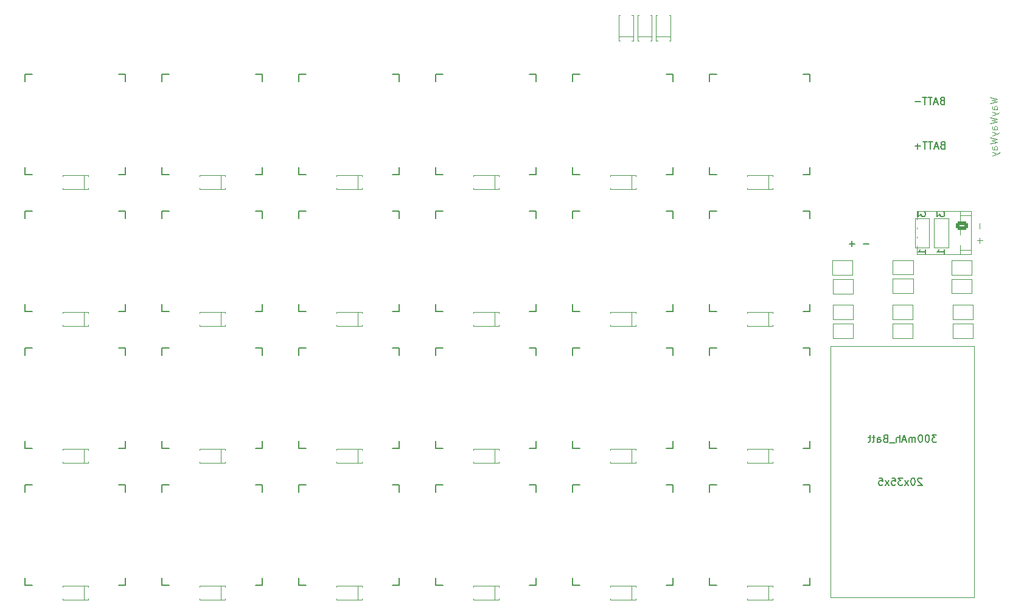
<source format=gbo>
%TF.GenerationSoftware,KiCad,Pcbnew,8.0.1*%
%TF.CreationDate,2024-04-24T14:47:18+09:00*%
%TF.ProjectId,LegionKeys,4c656769-6f6e-44b6-9579-732e6b696361,rev?*%
%TF.SameCoordinates,Original*%
%TF.FileFunction,Legend,Bot*%
%TF.FilePolarity,Positive*%
%FSLAX46Y46*%
G04 Gerber Fmt 4.6, Leading zero omitted, Abs format (unit mm)*
G04 Created by KiCad (PCBNEW 8.0.1) date 2024-04-24 14:47:18*
%MOMM*%
%LPD*%
G01*
G04 APERTURE LIST*
G04 Aperture macros list*
%AMRoundRect*
0 Rectangle with rounded corners*
0 $1 Rounding radius*
0 $2 $3 $4 $5 $6 $7 $8 $9 X,Y pos of 4 corners*
0 Add a 4 corners polygon primitive as box body*
4,1,4,$2,$3,$4,$5,$6,$7,$8,$9,$2,$3,0*
0 Add four circle primitives for the rounded corners*
1,1,$1+$1,$2,$3*
1,1,$1+$1,$4,$5*
1,1,$1+$1,$6,$7*
1,1,$1+$1,$8,$9*
0 Add four rect primitives between the rounded corners*
20,1,$1+$1,$2,$3,$4,$5,0*
20,1,$1+$1,$4,$5,$6,$7,0*
20,1,$1+$1,$6,$7,$8,$9,0*
20,1,$1+$1,$8,$9,$2,$3,0*%
%AMFreePoly0*
4,1,6,1.000000,0.000000,0.500000,-0.750000,-0.500000,-0.750000,-0.500000,0.750000,0.500000,0.750000,1.000000,0.000000,1.000000,0.000000,$1*%
%AMFreePoly1*
4,1,6,0.500000,-0.750000,-0.650000,-0.750000,-0.150000,0.000000,-0.650000,0.750000,0.500000,0.750000,0.500000,-0.750000,0.500000,-0.750000,$1*%
G04 Aperture macros list end*
%ADD10C,0.100000*%
%ADD11C,0.150000*%
%ADD12C,0.120000*%
%ADD13C,0.200000*%
%ADD14C,0.250000*%
%ADD15R,1.600000X1.600000*%
%ADD16C,1.600000*%
%ADD17C,1.701800*%
%ADD18C,0.990600*%
%ADD19C,3.429000*%
%ADD20C,2.032000*%
%ADD21C,1.500000*%
%ADD22C,3.400000*%
%ADD23RoundRect,0.250000X0.625000X-0.350000X0.625000X0.350000X-0.625000X0.350000X-0.625000X-0.350000X0*%
%ADD24C,1.524000*%
%ADD25C,1.000000*%
%ADD26R,1.700000X1.700000*%
%ADD27O,1.700000X1.700000*%
%ADD28C,2.000000*%
%ADD29R,1.500000X1.000000*%
%ADD30FreePoly0,0.000000*%
%ADD31FreePoly1,0.000000*%
G04 APERTURE END LIST*
D10*
X207531466Y-81846115D02*
X207531466Y-81084211D01*
X207912419Y-81465163D02*
X207150514Y-81465163D01*
X207531466Y-79846115D02*
X207531466Y-79084211D01*
D11*
X189346779Y-81938866D02*
X190108684Y-81938866D01*
X189727731Y-82319819D02*
X189727731Y-81557914D01*
X191346779Y-81938866D02*
X192108684Y-81938866D01*
X199470119Y-114645057D02*
X199422500Y-114597438D01*
X199422500Y-114597438D02*
X199327262Y-114549819D01*
X199327262Y-114549819D02*
X199089167Y-114549819D01*
X199089167Y-114549819D02*
X198993929Y-114597438D01*
X198993929Y-114597438D02*
X198946310Y-114645057D01*
X198946310Y-114645057D02*
X198898691Y-114740295D01*
X198898691Y-114740295D02*
X198898691Y-114835533D01*
X198898691Y-114835533D02*
X198946310Y-114978390D01*
X198946310Y-114978390D02*
X199517738Y-115549819D01*
X199517738Y-115549819D02*
X198898691Y-115549819D01*
X198279643Y-114549819D02*
X198184405Y-114549819D01*
X198184405Y-114549819D02*
X198089167Y-114597438D01*
X198089167Y-114597438D02*
X198041548Y-114645057D01*
X198041548Y-114645057D02*
X197993929Y-114740295D01*
X197993929Y-114740295D02*
X197946310Y-114930771D01*
X197946310Y-114930771D02*
X197946310Y-115168866D01*
X197946310Y-115168866D02*
X197993929Y-115359342D01*
X197993929Y-115359342D02*
X198041548Y-115454580D01*
X198041548Y-115454580D02*
X198089167Y-115502200D01*
X198089167Y-115502200D02*
X198184405Y-115549819D01*
X198184405Y-115549819D02*
X198279643Y-115549819D01*
X198279643Y-115549819D02*
X198374881Y-115502200D01*
X198374881Y-115502200D02*
X198422500Y-115454580D01*
X198422500Y-115454580D02*
X198470119Y-115359342D01*
X198470119Y-115359342D02*
X198517738Y-115168866D01*
X198517738Y-115168866D02*
X198517738Y-114930771D01*
X198517738Y-114930771D02*
X198470119Y-114740295D01*
X198470119Y-114740295D02*
X198422500Y-114645057D01*
X198422500Y-114645057D02*
X198374881Y-114597438D01*
X198374881Y-114597438D02*
X198279643Y-114549819D01*
X197612976Y-115549819D02*
X197089167Y-114883152D01*
X197612976Y-114883152D02*
X197089167Y-115549819D01*
X196803452Y-114549819D02*
X196184405Y-114549819D01*
X196184405Y-114549819D02*
X196517738Y-114930771D01*
X196517738Y-114930771D02*
X196374881Y-114930771D01*
X196374881Y-114930771D02*
X196279643Y-114978390D01*
X196279643Y-114978390D02*
X196232024Y-115026009D01*
X196232024Y-115026009D02*
X196184405Y-115121247D01*
X196184405Y-115121247D02*
X196184405Y-115359342D01*
X196184405Y-115359342D02*
X196232024Y-115454580D01*
X196232024Y-115454580D02*
X196279643Y-115502200D01*
X196279643Y-115502200D02*
X196374881Y-115549819D01*
X196374881Y-115549819D02*
X196660595Y-115549819D01*
X196660595Y-115549819D02*
X196755833Y-115502200D01*
X196755833Y-115502200D02*
X196803452Y-115454580D01*
X195279643Y-114549819D02*
X195755833Y-114549819D01*
X195755833Y-114549819D02*
X195803452Y-115026009D01*
X195803452Y-115026009D02*
X195755833Y-114978390D01*
X195755833Y-114978390D02*
X195660595Y-114930771D01*
X195660595Y-114930771D02*
X195422500Y-114930771D01*
X195422500Y-114930771D02*
X195327262Y-114978390D01*
X195327262Y-114978390D02*
X195279643Y-115026009D01*
X195279643Y-115026009D02*
X195232024Y-115121247D01*
X195232024Y-115121247D02*
X195232024Y-115359342D01*
X195232024Y-115359342D02*
X195279643Y-115454580D01*
X195279643Y-115454580D02*
X195327262Y-115502200D01*
X195327262Y-115502200D02*
X195422500Y-115549819D01*
X195422500Y-115549819D02*
X195660595Y-115549819D01*
X195660595Y-115549819D02*
X195755833Y-115502200D01*
X195755833Y-115502200D02*
X195803452Y-115454580D01*
X194898690Y-115549819D02*
X194374881Y-114883152D01*
X194898690Y-114883152D02*
X194374881Y-115549819D01*
X193517738Y-114549819D02*
X193993928Y-114549819D01*
X193993928Y-114549819D02*
X194041547Y-115026009D01*
X194041547Y-115026009D02*
X193993928Y-114978390D01*
X193993928Y-114978390D02*
X193898690Y-114930771D01*
X193898690Y-114930771D02*
X193660595Y-114930771D01*
X193660595Y-114930771D02*
X193565357Y-114978390D01*
X193565357Y-114978390D02*
X193517738Y-115026009D01*
X193517738Y-115026009D02*
X193470119Y-115121247D01*
X193470119Y-115121247D02*
X193470119Y-115359342D01*
X193470119Y-115359342D02*
X193517738Y-115454580D01*
X193517738Y-115454580D02*
X193565357Y-115502200D01*
X193565357Y-115502200D02*
X193660595Y-115549819D01*
X193660595Y-115549819D02*
X193898690Y-115549819D01*
X193898690Y-115549819D02*
X193993928Y-115502200D01*
X193993928Y-115502200D02*
X194041547Y-115454580D01*
X201517738Y-108549819D02*
X200898691Y-108549819D01*
X200898691Y-108549819D02*
X201232024Y-108930771D01*
X201232024Y-108930771D02*
X201089167Y-108930771D01*
X201089167Y-108930771D02*
X200993929Y-108978390D01*
X200993929Y-108978390D02*
X200946310Y-109026009D01*
X200946310Y-109026009D02*
X200898691Y-109121247D01*
X200898691Y-109121247D02*
X200898691Y-109359342D01*
X200898691Y-109359342D02*
X200946310Y-109454580D01*
X200946310Y-109454580D02*
X200993929Y-109502200D01*
X200993929Y-109502200D02*
X201089167Y-109549819D01*
X201089167Y-109549819D02*
X201374881Y-109549819D01*
X201374881Y-109549819D02*
X201470119Y-109502200D01*
X201470119Y-109502200D02*
X201517738Y-109454580D01*
X200279643Y-108549819D02*
X200184405Y-108549819D01*
X200184405Y-108549819D02*
X200089167Y-108597438D01*
X200089167Y-108597438D02*
X200041548Y-108645057D01*
X200041548Y-108645057D02*
X199993929Y-108740295D01*
X199993929Y-108740295D02*
X199946310Y-108930771D01*
X199946310Y-108930771D02*
X199946310Y-109168866D01*
X199946310Y-109168866D02*
X199993929Y-109359342D01*
X199993929Y-109359342D02*
X200041548Y-109454580D01*
X200041548Y-109454580D02*
X200089167Y-109502200D01*
X200089167Y-109502200D02*
X200184405Y-109549819D01*
X200184405Y-109549819D02*
X200279643Y-109549819D01*
X200279643Y-109549819D02*
X200374881Y-109502200D01*
X200374881Y-109502200D02*
X200422500Y-109454580D01*
X200422500Y-109454580D02*
X200470119Y-109359342D01*
X200470119Y-109359342D02*
X200517738Y-109168866D01*
X200517738Y-109168866D02*
X200517738Y-108930771D01*
X200517738Y-108930771D02*
X200470119Y-108740295D01*
X200470119Y-108740295D02*
X200422500Y-108645057D01*
X200422500Y-108645057D02*
X200374881Y-108597438D01*
X200374881Y-108597438D02*
X200279643Y-108549819D01*
X199327262Y-108549819D02*
X199232024Y-108549819D01*
X199232024Y-108549819D02*
X199136786Y-108597438D01*
X199136786Y-108597438D02*
X199089167Y-108645057D01*
X199089167Y-108645057D02*
X199041548Y-108740295D01*
X199041548Y-108740295D02*
X198993929Y-108930771D01*
X198993929Y-108930771D02*
X198993929Y-109168866D01*
X198993929Y-109168866D02*
X199041548Y-109359342D01*
X199041548Y-109359342D02*
X199089167Y-109454580D01*
X199089167Y-109454580D02*
X199136786Y-109502200D01*
X199136786Y-109502200D02*
X199232024Y-109549819D01*
X199232024Y-109549819D02*
X199327262Y-109549819D01*
X199327262Y-109549819D02*
X199422500Y-109502200D01*
X199422500Y-109502200D02*
X199470119Y-109454580D01*
X199470119Y-109454580D02*
X199517738Y-109359342D01*
X199517738Y-109359342D02*
X199565357Y-109168866D01*
X199565357Y-109168866D02*
X199565357Y-108930771D01*
X199565357Y-108930771D02*
X199517738Y-108740295D01*
X199517738Y-108740295D02*
X199470119Y-108645057D01*
X199470119Y-108645057D02*
X199422500Y-108597438D01*
X199422500Y-108597438D02*
X199327262Y-108549819D01*
X198565357Y-109549819D02*
X198565357Y-108883152D01*
X198565357Y-108978390D02*
X198517738Y-108930771D01*
X198517738Y-108930771D02*
X198422500Y-108883152D01*
X198422500Y-108883152D02*
X198279643Y-108883152D01*
X198279643Y-108883152D02*
X198184405Y-108930771D01*
X198184405Y-108930771D02*
X198136786Y-109026009D01*
X198136786Y-109026009D02*
X198136786Y-109549819D01*
X198136786Y-109026009D02*
X198089167Y-108930771D01*
X198089167Y-108930771D02*
X197993929Y-108883152D01*
X197993929Y-108883152D02*
X197851072Y-108883152D01*
X197851072Y-108883152D02*
X197755833Y-108930771D01*
X197755833Y-108930771D02*
X197708214Y-109026009D01*
X197708214Y-109026009D02*
X197708214Y-109549819D01*
X197279643Y-109264104D02*
X196803453Y-109264104D01*
X197374881Y-109549819D02*
X197041548Y-108549819D01*
X197041548Y-108549819D02*
X196708215Y-109549819D01*
X196374881Y-109549819D02*
X196374881Y-108549819D01*
X195946310Y-109549819D02*
X195946310Y-109026009D01*
X195946310Y-109026009D02*
X195993929Y-108930771D01*
X195993929Y-108930771D02*
X196089167Y-108883152D01*
X196089167Y-108883152D02*
X196232024Y-108883152D01*
X196232024Y-108883152D02*
X196327262Y-108930771D01*
X196327262Y-108930771D02*
X196374881Y-108978390D01*
X195708215Y-109645057D02*
X194946310Y-109645057D01*
X194374881Y-109026009D02*
X194232024Y-109073628D01*
X194232024Y-109073628D02*
X194184405Y-109121247D01*
X194184405Y-109121247D02*
X194136786Y-109216485D01*
X194136786Y-109216485D02*
X194136786Y-109359342D01*
X194136786Y-109359342D02*
X194184405Y-109454580D01*
X194184405Y-109454580D02*
X194232024Y-109502200D01*
X194232024Y-109502200D02*
X194327262Y-109549819D01*
X194327262Y-109549819D02*
X194708214Y-109549819D01*
X194708214Y-109549819D02*
X194708214Y-108549819D01*
X194708214Y-108549819D02*
X194374881Y-108549819D01*
X194374881Y-108549819D02*
X194279643Y-108597438D01*
X194279643Y-108597438D02*
X194232024Y-108645057D01*
X194232024Y-108645057D02*
X194184405Y-108740295D01*
X194184405Y-108740295D02*
X194184405Y-108835533D01*
X194184405Y-108835533D02*
X194232024Y-108930771D01*
X194232024Y-108930771D02*
X194279643Y-108978390D01*
X194279643Y-108978390D02*
X194374881Y-109026009D01*
X194374881Y-109026009D02*
X194708214Y-109026009D01*
X193279643Y-109549819D02*
X193279643Y-109026009D01*
X193279643Y-109026009D02*
X193327262Y-108930771D01*
X193327262Y-108930771D02*
X193422500Y-108883152D01*
X193422500Y-108883152D02*
X193612976Y-108883152D01*
X193612976Y-108883152D02*
X193708214Y-108930771D01*
X193279643Y-109502200D02*
X193374881Y-109549819D01*
X193374881Y-109549819D02*
X193612976Y-109549819D01*
X193612976Y-109549819D02*
X193708214Y-109502200D01*
X193708214Y-109502200D02*
X193755833Y-109406961D01*
X193755833Y-109406961D02*
X193755833Y-109311723D01*
X193755833Y-109311723D02*
X193708214Y-109216485D01*
X193708214Y-109216485D02*
X193612976Y-109168866D01*
X193612976Y-109168866D02*
X193374881Y-109168866D01*
X193374881Y-109168866D02*
X193279643Y-109121247D01*
X192946309Y-108883152D02*
X192565357Y-108883152D01*
X192803452Y-108549819D02*
X192803452Y-109406961D01*
X192803452Y-109406961D02*
X192755833Y-109502200D01*
X192755833Y-109502200D02*
X192660595Y-109549819D01*
X192660595Y-109549819D02*
X192565357Y-109549819D01*
X192374880Y-108883152D02*
X191993928Y-108883152D01*
X192232023Y-108549819D02*
X192232023Y-109406961D01*
X192232023Y-109406961D02*
X192184404Y-109502200D01*
X192184404Y-109502200D02*
X192089166Y-109549819D01*
X192089166Y-109549819D02*
X191993928Y-109549819D01*
X202326487Y-68206609D02*
X202183630Y-68254228D01*
X202183630Y-68254228D02*
X202136011Y-68301847D01*
X202136011Y-68301847D02*
X202088392Y-68397085D01*
X202088392Y-68397085D02*
X202088392Y-68539942D01*
X202088392Y-68539942D02*
X202136011Y-68635180D01*
X202136011Y-68635180D02*
X202183630Y-68682800D01*
X202183630Y-68682800D02*
X202278868Y-68730419D01*
X202278868Y-68730419D02*
X202659820Y-68730419D01*
X202659820Y-68730419D02*
X202659820Y-67730419D01*
X202659820Y-67730419D02*
X202326487Y-67730419D01*
X202326487Y-67730419D02*
X202231249Y-67778038D01*
X202231249Y-67778038D02*
X202183630Y-67825657D01*
X202183630Y-67825657D02*
X202136011Y-67920895D01*
X202136011Y-67920895D02*
X202136011Y-68016133D01*
X202136011Y-68016133D02*
X202183630Y-68111371D01*
X202183630Y-68111371D02*
X202231249Y-68158990D01*
X202231249Y-68158990D02*
X202326487Y-68206609D01*
X202326487Y-68206609D02*
X202659820Y-68206609D01*
X201707439Y-68444704D02*
X201231249Y-68444704D01*
X201802677Y-68730419D02*
X201469344Y-67730419D01*
X201469344Y-67730419D02*
X201136011Y-68730419D01*
X200945534Y-67730419D02*
X200374106Y-67730419D01*
X200659820Y-68730419D02*
X200659820Y-67730419D01*
X200183629Y-67730419D02*
X199612201Y-67730419D01*
X199897915Y-68730419D02*
X199897915Y-67730419D01*
X199278867Y-68349466D02*
X198516963Y-68349466D01*
X198897915Y-68730419D02*
X198897915Y-67968514D01*
X202301487Y-62021609D02*
X202158630Y-62069228D01*
X202158630Y-62069228D02*
X202111011Y-62116847D01*
X202111011Y-62116847D02*
X202063392Y-62212085D01*
X202063392Y-62212085D02*
X202063392Y-62354942D01*
X202063392Y-62354942D02*
X202111011Y-62450180D01*
X202111011Y-62450180D02*
X202158630Y-62497800D01*
X202158630Y-62497800D02*
X202253868Y-62545419D01*
X202253868Y-62545419D02*
X202634820Y-62545419D01*
X202634820Y-62545419D02*
X202634820Y-61545419D01*
X202634820Y-61545419D02*
X202301487Y-61545419D01*
X202301487Y-61545419D02*
X202206249Y-61593038D01*
X202206249Y-61593038D02*
X202158630Y-61640657D01*
X202158630Y-61640657D02*
X202111011Y-61735895D01*
X202111011Y-61735895D02*
X202111011Y-61831133D01*
X202111011Y-61831133D02*
X202158630Y-61926371D01*
X202158630Y-61926371D02*
X202206249Y-61973990D01*
X202206249Y-61973990D02*
X202301487Y-62021609D01*
X202301487Y-62021609D02*
X202634820Y-62021609D01*
X201682439Y-62259704D02*
X201206249Y-62259704D01*
X201777677Y-62545419D02*
X201444344Y-61545419D01*
X201444344Y-61545419D02*
X201111011Y-62545419D01*
X200920534Y-61545419D02*
X200349106Y-61545419D01*
X200634820Y-62545419D02*
X200634820Y-61545419D01*
X200158629Y-61545419D02*
X199587201Y-61545419D01*
X199872915Y-62545419D02*
X199872915Y-61545419D01*
X199253867Y-62164466D02*
X198491963Y-62164466D01*
X199954819Y-83335714D02*
X199954819Y-82764286D01*
X199954819Y-83050000D02*
X198954819Y-83050000D01*
X198954819Y-83050000D02*
X199097676Y-82954762D01*
X199097676Y-82954762D02*
X199192914Y-82859524D01*
X199192914Y-82859524D02*
X199240533Y-82764286D01*
X198954819Y-77516667D02*
X198954819Y-78135714D01*
X198954819Y-78135714D02*
X199335771Y-77802381D01*
X199335771Y-77802381D02*
X199335771Y-77945238D01*
X199335771Y-77945238D02*
X199383390Y-78040476D01*
X199383390Y-78040476D02*
X199431009Y-78088095D01*
X199431009Y-78088095D02*
X199526247Y-78135714D01*
X199526247Y-78135714D02*
X199764342Y-78135714D01*
X199764342Y-78135714D02*
X199859580Y-78088095D01*
X199859580Y-78088095D02*
X199907200Y-78040476D01*
X199907200Y-78040476D02*
X199954819Y-77945238D01*
X199954819Y-77945238D02*
X199954819Y-77659524D01*
X199954819Y-77659524D02*
X199907200Y-77564286D01*
X199907200Y-77564286D02*
X199859580Y-77516667D01*
X201604819Y-77516667D02*
X201604819Y-78135714D01*
X201604819Y-78135714D02*
X201985771Y-77802381D01*
X201985771Y-77802381D02*
X201985771Y-77945238D01*
X201985771Y-77945238D02*
X202033390Y-78040476D01*
X202033390Y-78040476D02*
X202081009Y-78088095D01*
X202081009Y-78088095D02*
X202176247Y-78135714D01*
X202176247Y-78135714D02*
X202414342Y-78135714D01*
X202414342Y-78135714D02*
X202509580Y-78088095D01*
X202509580Y-78088095D02*
X202557200Y-78040476D01*
X202557200Y-78040476D02*
X202604819Y-77945238D01*
X202604819Y-77945238D02*
X202604819Y-77659524D01*
X202604819Y-77659524D02*
X202557200Y-77564286D01*
X202557200Y-77564286D02*
X202509580Y-77516667D01*
X202604819Y-83335714D02*
X202604819Y-82764286D01*
X202604819Y-83050000D02*
X201604819Y-83050000D01*
X201604819Y-83050000D02*
X201747676Y-82954762D01*
X201747676Y-82954762D02*
X201842914Y-82859524D01*
X201842914Y-82859524D02*
X201890533Y-82764286D01*
D10*
X208922419Y-61558646D02*
X209922419Y-61796741D01*
X209922419Y-61796741D02*
X209208133Y-61987217D01*
X209208133Y-61987217D02*
X209922419Y-62177693D01*
X209922419Y-62177693D02*
X208922419Y-62415789D01*
X209922419Y-63225312D02*
X209398609Y-63225312D01*
X209398609Y-63225312D02*
X209303371Y-63177693D01*
X209303371Y-63177693D02*
X209255752Y-63082455D01*
X209255752Y-63082455D02*
X209255752Y-62891979D01*
X209255752Y-62891979D02*
X209303371Y-62796741D01*
X209874800Y-63225312D02*
X209922419Y-63130074D01*
X209922419Y-63130074D02*
X209922419Y-62891979D01*
X209922419Y-62891979D02*
X209874800Y-62796741D01*
X209874800Y-62796741D02*
X209779561Y-62749122D01*
X209779561Y-62749122D02*
X209684323Y-62749122D01*
X209684323Y-62749122D02*
X209589085Y-62796741D01*
X209589085Y-62796741D02*
X209541466Y-62891979D01*
X209541466Y-62891979D02*
X209541466Y-63130074D01*
X209541466Y-63130074D02*
X209493847Y-63225312D01*
X209255752Y-63606265D02*
X209922419Y-63844360D01*
X209255752Y-64082455D02*
X209922419Y-63844360D01*
X209922419Y-63844360D02*
X210160514Y-63749122D01*
X210160514Y-63749122D02*
X210208133Y-63701503D01*
X210208133Y-63701503D02*
X210255752Y-63606265D01*
X208922419Y-64368170D02*
X209922419Y-64606265D01*
X209922419Y-64606265D02*
X209208133Y-64796741D01*
X209208133Y-64796741D02*
X209922419Y-64987217D01*
X209922419Y-64987217D02*
X208922419Y-65225313D01*
X209922419Y-66034836D02*
X209398609Y-66034836D01*
X209398609Y-66034836D02*
X209303371Y-65987217D01*
X209303371Y-65987217D02*
X209255752Y-65891979D01*
X209255752Y-65891979D02*
X209255752Y-65701503D01*
X209255752Y-65701503D02*
X209303371Y-65606265D01*
X209874800Y-66034836D02*
X209922419Y-65939598D01*
X209922419Y-65939598D02*
X209922419Y-65701503D01*
X209922419Y-65701503D02*
X209874800Y-65606265D01*
X209874800Y-65606265D02*
X209779561Y-65558646D01*
X209779561Y-65558646D02*
X209684323Y-65558646D01*
X209684323Y-65558646D02*
X209589085Y-65606265D01*
X209589085Y-65606265D02*
X209541466Y-65701503D01*
X209541466Y-65701503D02*
X209541466Y-65939598D01*
X209541466Y-65939598D02*
X209493847Y-66034836D01*
X209255752Y-66415789D02*
X209922419Y-66653884D01*
X209255752Y-66891979D02*
X209922419Y-66653884D01*
X209922419Y-66653884D02*
X210160514Y-66558646D01*
X210160514Y-66558646D02*
X210208133Y-66511027D01*
X210208133Y-66511027D02*
X210255752Y-66415789D01*
X208922419Y-67177694D02*
X209922419Y-67415789D01*
X209922419Y-67415789D02*
X209208133Y-67606265D01*
X209208133Y-67606265D02*
X209922419Y-67796741D01*
X209922419Y-67796741D02*
X208922419Y-68034837D01*
X209922419Y-68844360D02*
X209398609Y-68844360D01*
X209398609Y-68844360D02*
X209303371Y-68796741D01*
X209303371Y-68796741D02*
X209255752Y-68701503D01*
X209255752Y-68701503D02*
X209255752Y-68511027D01*
X209255752Y-68511027D02*
X209303371Y-68415789D01*
X209874800Y-68844360D02*
X209922419Y-68749122D01*
X209922419Y-68749122D02*
X209922419Y-68511027D01*
X209922419Y-68511027D02*
X209874800Y-68415789D01*
X209874800Y-68415789D02*
X209779561Y-68368170D01*
X209779561Y-68368170D02*
X209684323Y-68368170D01*
X209684323Y-68368170D02*
X209589085Y-68415789D01*
X209589085Y-68415789D02*
X209541466Y-68511027D01*
X209541466Y-68511027D02*
X209541466Y-68749122D01*
X209541466Y-68749122D02*
X209493847Y-68844360D01*
X209255752Y-69225313D02*
X209922419Y-69463408D01*
X209255752Y-69701503D02*
X209922419Y-69463408D01*
X209922419Y-69463408D02*
X210160514Y-69368170D01*
X210160514Y-69368170D02*
X210208133Y-69320551D01*
X210208133Y-69320551D02*
X210255752Y-69225313D01*
%TO.C,REF\u002A\u002A*%
X186759280Y-96180000D02*
X206759280Y-96180000D01*
X206759280Y-131180000D01*
X186759280Y-131180000D01*
X186759280Y-96180000D01*
%TO.C,D19*%
X79909280Y-129530000D02*
X83509280Y-129530000D01*
X79909280Y-129730000D02*
X79909280Y-129530000D01*
X79909280Y-131530000D02*
X79909280Y-131330000D01*
X82909280Y-129530000D02*
X82909280Y-131530000D01*
X83509280Y-129530000D02*
X83509280Y-129730000D01*
X83509280Y-131330000D02*
X83509280Y-131530000D01*
X83509280Y-131530000D02*
X79909280Y-131530000D01*
%TO.C,D18*%
X175159280Y-110480000D02*
X178759280Y-110480000D01*
X175159280Y-110680000D02*
X175159280Y-110480000D01*
X175159280Y-112480000D02*
X175159280Y-112280000D01*
X178159280Y-110480000D02*
X178159280Y-112480000D01*
X178759280Y-110480000D02*
X178759280Y-110680000D01*
X178759280Y-112280000D02*
X178759280Y-112480000D01*
X178759280Y-112480000D02*
X175159280Y-112480000D01*
D11*
%TO.C,SW8*%
X93709280Y-77380000D02*
X94709280Y-77380000D01*
X93709280Y-78380000D02*
X93709280Y-77380000D01*
X93709280Y-91380000D02*
X93709280Y-90380000D01*
X94709280Y-91380000D02*
X93709280Y-91380000D01*
X106709280Y-77380000D02*
X107709280Y-77380000D01*
X107709280Y-77380000D02*
X107709280Y-78380000D01*
X107709280Y-90380000D02*
X107709280Y-91380000D01*
X107709280Y-91380000D02*
X106709280Y-91380000D01*
D10*
%TO.C,D5*%
X156109280Y-72380000D02*
X159709280Y-72380000D01*
X156109280Y-72580000D02*
X156109280Y-72380000D01*
X156109280Y-74380000D02*
X156109280Y-74180000D01*
X159109280Y-72380000D02*
X159109280Y-74380000D01*
X159709280Y-72380000D02*
X159709280Y-72580000D01*
X159709280Y-74180000D02*
X159709280Y-74380000D01*
X159709280Y-74380000D02*
X156109280Y-74380000D01*
D11*
%TO.C,SW19*%
X74659280Y-115480000D02*
X75659280Y-115480000D01*
X74659280Y-116480000D02*
X74659280Y-115480000D01*
X74659280Y-129480000D02*
X74659280Y-128480000D01*
X75659280Y-129480000D02*
X74659280Y-129480000D01*
X87659280Y-115480000D02*
X88659280Y-115480000D01*
X88659280Y-115480000D02*
X88659280Y-116480000D01*
X88659280Y-128480000D02*
X88659280Y-129480000D01*
X88659280Y-129480000D02*
X87659280Y-129480000D01*
D10*
%TO.C,D13*%
X79909280Y-110480000D02*
X83509280Y-110480000D01*
X79909280Y-110680000D02*
X79909280Y-110480000D01*
X79909280Y-112480000D02*
X79909280Y-112280000D01*
X82909280Y-110480000D02*
X82909280Y-112480000D01*
X83509280Y-110480000D02*
X83509280Y-110680000D01*
X83509280Y-112280000D02*
X83509280Y-112480000D01*
X83509280Y-112480000D02*
X79909280Y-112480000D01*
%TO.C,D24*%
X175159280Y-129530000D02*
X178759280Y-129530000D01*
X175159280Y-129730000D02*
X175159280Y-129530000D01*
X175159280Y-131530000D02*
X175159280Y-131330000D01*
X178159280Y-129530000D02*
X178159280Y-131530000D01*
X178759280Y-129530000D02*
X178759280Y-129730000D01*
X178759280Y-131330000D02*
X178759280Y-131530000D01*
X178759280Y-131530000D02*
X175159280Y-131530000D01*
%TO.C,D2*%
X98959280Y-72380000D02*
X102559280Y-72380000D01*
X98959280Y-72580000D02*
X98959280Y-72380000D01*
X98959280Y-74380000D02*
X98959280Y-74180000D01*
X101959280Y-72380000D02*
X101959280Y-74380000D01*
X102559280Y-72380000D02*
X102559280Y-72580000D01*
X102559280Y-74180000D02*
X102559280Y-74380000D01*
X102559280Y-74380000D02*
X98959280Y-74380000D01*
D11*
%TO.C,SW2*%
X93709280Y-58330000D02*
X94709280Y-58330000D01*
X93709280Y-59330000D02*
X93709280Y-58330000D01*
X93709280Y-72330000D02*
X93709280Y-71330000D01*
X94709280Y-72330000D02*
X93709280Y-72330000D01*
X106709280Y-58330000D02*
X107709280Y-58330000D01*
X107709280Y-58330000D02*
X107709280Y-59330000D01*
X107709280Y-71330000D02*
X107709280Y-72330000D01*
X107709280Y-72330000D02*
X106709280Y-72330000D01*
D10*
%TO.C,D10*%
X137059280Y-91430000D02*
X140659280Y-91430000D01*
X137059280Y-91630000D02*
X137059280Y-91430000D01*
X137059280Y-93430000D02*
X137059280Y-93230000D01*
X140059280Y-91430000D02*
X140059280Y-93430000D01*
X140659280Y-91430000D02*
X140659280Y-91630000D01*
X140659280Y-93230000D02*
X140659280Y-93430000D01*
X140659280Y-93430000D02*
X137059280Y-93430000D01*
%TO.C,D22*%
X137059280Y-129530000D02*
X140659280Y-129530000D01*
X137059280Y-129730000D02*
X137059280Y-129530000D01*
X137059280Y-131530000D02*
X137059280Y-131330000D01*
X140059280Y-129530000D02*
X140059280Y-131530000D01*
X140659280Y-129530000D02*
X140659280Y-129730000D01*
X140659280Y-131330000D02*
X140659280Y-131530000D01*
X140659280Y-131530000D02*
X137059280Y-131530000D01*
%TO.C,D14*%
X98959280Y-110480000D02*
X102559280Y-110480000D01*
X98959280Y-110680000D02*
X98959280Y-110480000D01*
X98959280Y-112480000D02*
X98959280Y-112280000D01*
X101959280Y-110480000D02*
X101959280Y-112480000D01*
X102559280Y-110480000D02*
X102559280Y-110680000D01*
X102559280Y-112280000D02*
X102559280Y-112480000D01*
X102559280Y-112480000D02*
X98959280Y-112480000D01*
%TO.C,D17*%
X156109280Y-110480000D02*
X159709280Y-110480000D01*
X156109280Y-110680000D02*
X156109280Y-110480000D01*
X156109280Y-112480000D02*
X156109280Y-112280000D01*
X159109280Y-110480000D02*
X159109280Y-112480000D01*
X159709280Y-110480000D02*
X159709280Y-110680000D01*
X159709280Y-112280000D02*
X159709280Y-112480000D01*
X159709280Y-112480000D02*
X156109280Y-112480000D01*
D11*
%TO.C,SW3*%
X112759280Y-58330000D02*
X113759280Y-58330000D01*
X112759280Y-59330000D02*
X112759280Y-58330000D01*
X112759280Y-72330000D02*
X112759280Y-71330000D01*
X113759280Y-72330000D02*
X112759280Y-72330000D01*
X125759280Y-58330000D02*
X126759280Y-58330000D01*
X126759280Y-58330000D02*
X126759280Y-59330000D01*
X126759280Y-71330000D02*
X126759280Y-72330000D01*
X126759280Y-72330000D02*
X125759280Y-72330000D01*
%TO.C,J3*%
D10*
X198759280Y-77430000D02*
X204759280Y-77430000D01*
X204759280Y-83430000D01*
X198759280Y-83430000D01*
X198759280Y-77430000D01*
X198759280Y-77430000D02*
X206359280Y-77430000D01*
X206359280Y-83430000D01*
X198759280Y-83430000D01*
X198759280Y-77430000D01*
X204759280Y-77430000D02*
X206359280Y-77430000D01*
X206359280Y-78030000D01*
X204759280Y-78030000D01*
X204759280Y-77430000D01*
X204759280Y-82830000D02*
X206359280Y-82830000D01*
X206359280Y-83430000D01*
X204759280Y-83430000D01*
X204759280Y-82830000D01*
%TO.C,D4*%
X137059280Y-72380000D02*
X140659280Y-72380000D01*
X137059280Y-72580000D02*
X137059280Y-72380000D01*
X137059280Y-74380000D02*
X137059280Y-74180000D01*
X140059280Y-72380000D02*
X140059280Y-74380000D01*
X140659280Y-72380000D02*
X140659280Y-72580000D01*
X140659280Y-74180000D02*
X140659280Y-74380000D01*
X140659280Y-74380000D02*
X137059280Y-74380000D01*
D11*
%TO.C,SW6*%
X169909280Y-58330000D02*
X170909280Y-58330000D01*
X169909280Y-59330000D02*
X169909280Y-58330000D01*
X169909280Y-72330000D02*
X169909280Y-71330000D01*
X170909280Y-72330000D02*
X169909280Y-72330000D01*
X182909280Y-58330000D02*
X183909280Y-58330000D01*
X183909280Y-58330000D02*
X183909280Y-59330000D01*
X183909280Y-71330000D02*
X183909280Y-72330000D01*
X183909280Y-72330000D02*
X182909280Y-72330000D01*
%TO.C,SW7*%
X74659280Y-77380000D02*
X75659280Y-77380000D01*
X74659280Y-78380000D02*
X74659280Y-77380000D01*
X74659280Y-91380000D02*
X74659280Y-90380000D01*
X75659280Y-91380000D02*
X74659280Y-91380000D01*
X87659280Y-77380000D02*
X88659280Y-77380000D01*
X88659280Y-77380000D02*
X88659280Y-78380000D01*
X88659280Y-90380000D02*
X88659280Y-91380000D01*
X88659280Y-91380000D02*
X87659280Y-91380000D01*
%TO.C,SW15*%
X112759280Y-96430000D02*
X113759280Y-96430000D01*
X112759280Y-97430000D02*
X112759280Y-96430000D01*
X112759280Y-110430000D02*
X112759280Y-109430000D01*
X113759280Y-110430000D02*
X112759280Y-110430000D01*
X125759280Y-96430000D02*
X126759280Y-96430000D01*
X126759280Y-96430000D02*
X126759280Y-97430000D01*
X126759280Y-109430000D02*
X126759280Y-110430000D01*
X126759280Y-110430000D02*
X125759280Y-110430000D01*
%TO.C,SW13*%
X74659280Y-96430000D02*
X75659280Y-96430000D01*
X74659280Y-97430000D02*
X74659280Y-96430000D01*
X74659280Y-110430000D02*
X74659280Y-109430000D01*
X75659280Y-110430000D02*
X74659280Y-110430000D01*
X87659280Y-96430000D02*
X88659280Y-96430000D01*
X88659280Y-96430000D02*
X88659280Y-97430000D01*
X88659280Y-109430000D02*
X88659280Y-110430000D01*
X88659280Y-110430000D02*
X87659280Y-110430000D01*
D10*
%TO.C,D7*%
X79909280Y-91430000D02*
X83509280Y-91430000D01*
X79909280Y-91630000D02*
X79909280Y-91430000D01*
X79909280Y-93430000D02*
X79909280Y-93230000D01*
X82909280Y-91430000D02*
X82909280Y-93430000D01*
X83509280Y-91430000D02*
X83509280Y-91630000D01*
X83509280Y-93230000D02*
X83509280Y-93430000D01*
X83509280Y-93430000D02*
X79909280Y-93430000D01*
D11*
%TO.C,SW17*%
X150859280Y-96430000D02*
X151859280Y-96430000D01*
X150859280Y-97430000D02*
X150859280Y-96430000D01*
X150859280Y-110430000D02*
X150859280Y-109430000D01*
X151859280Y-110430000D02*
X150859280Y-110430000D01*
X163859280Y-96430000D02*
X164859280Y-96430000D01*
X164859280Y-96430000D02*
X164859280Y-97430000D01*
X164859280Y-109430000D02*
X164859280Y-110430000D01*
X164859280Y-110430000D02*
X163859280Y-110430000D01*
D10*
%TO.C,D25*%
X157300000Y-50100000D02*
X157500000Y-50100000D01*
X157300000Y-53700000D02*
X157300000Y-50100000D01*
X157500000Y-53700000D02*
X157300000Y-53700000D01*
X159100000Y-50100000D02*
X159300000Y-50100000D01*
X159300000Y-50100000D02*
X159300000Y-53700000D01*
X159300000Y-53100000D02*
X157300000Y-53100000D01*
X159300000Y-53700000D02*
X159100000Y-53700000D01*
%TO.C,D11*%
X156109280Y-91430000D02*
X159709280Y-91430000D01*
X156109280Y-91630000D02*
X156109280Y-91430000D01*
X156109280Y-93430000D02*
X156109280Y-93230000D01*
X159109280Y-91430000D02*
X159109280Y-93430000D01*
X159709280Y-91430000D02*
X159709280Y-91630000D01*
X159709280Y-93230000D02*
X159709280Y-93430000D01*
X159709280Y-93430000D02*
X156109280Y-93430000D01*
D11*
%TO.C,SW20*%
X93709280Y-115480000D02*
X94709280Y-115480000D01*
X93709280Y-116480000D02*
X93709280Y-115480000D01*
X93709280Y-129480000D02*
X93709280Y-128480000D01*
X94709280Y-129480000D02*
X93709280Y-129480000D01*
X106709280Y-115480000D02*
X107709280Y-115480000D01*
X107709280Y-115480000D02*
X107709280Y-116480000D01*
X107709280Y-128480000D02*
X107709280Y-129480000D01*
X107709280Y-129480000D02*
X106709280Y-129480000D01*
%TO.C,SW4*%
X131809280Y-58330000D02*
X132809280Y-58330000D01*
X131809280Y-59330000D02*
X131809280Y-58330000D01*
X131809280Y-72330000D02*
X131809280Y-71330000D01*
X132809280Y-72330000D02*
X131809280Y-72330000D01*
X144809280Y-58330000D02*
X145809280Y-58330000D01*
X145809280Y-58330000D02*
X145809280Y-59330000D01*
X145809280Y-71330000D02*
X145809280Y-72330000D01*
X145809280Y-72330000D02*
X144809280Y-72330000D01*
D10*
%TO.C,D8*%
X98959280Y-91430000D02*
X102559280Y-91430000D01*
X98959280Y-91630000D02*
X98959280Y-91430000D01*
X98959280Y-93430000D02*
X98959280Y-93230000D01*
X101959280Y-91430000D02*
X101959280Y-93430000D01*
X102559280Y-91430000D02*
X102559280Y-91630000D01*
X102559280Y-93230000D02*
X102559280Y-93430000D01*
X102559280Y-93430000D02*
X98959280Y-93430000D01*
D11*
%TO.C,SW23*%
X150859280Y-115480000D02*
X151859280Y-115480000D01*
X150859280Y-116480000D02*
X150859280Y-115480000D01*
X150859280Y-129480000D02*
X150859280Y-128480000D01*
X151859280Y-129480000D02*
X150859280Y-129480000D01*
X163859280Y-115480000D02*
X164859280Y-115480000D01*
X164859280Y-115480000D02*
X164859280Y-116480000D01*
X164859280Y-128480000D02*
X164859280Y-129480000D01*
X164859280Y-129480000D02*
X163859280Y-129480000D01*
%TO.C,SW18*%
X169909280Y-96430000D02*
X170909280Y-96430000D01*
X169909280Y-97430000D02*
X169909280Y-96430000D01*
X169909280Y-110430000D02*
X169909280Y-109430000D01*
X170909280Y-110430000D02*
X169909280Y-110430000D01*
X182909280Y-96430000D02*
X183909280Y-96430000D01*
X183909280Y-96430000D02*
X183909280Y-97430000D01*
X183909280Y-109430000D02*
X183909280Y-110430000D01*
X183909280Y-110430000D02*
X182909280Y-110430000D01*
%TO.C,SW24*%
X169909280Y-115480000D02*
X170909280Y-115480000D01*
X169909280Y-116480000D02*
X169909280Y-115480000D01*
X169909280Y-129480000D02*
X169909280Y-128480000D01*
X170909280Y-129480000D02*
X169909280Y-129480000D01*
X182909280Y-115480000D02*
X183909280Y-115480000D01*
X183909280Y-115480000D02*
X183909280Y-116480000D01*
X183909280Y-128480000D02*
X183909280Y-129480000D01*
X183909280Y-129480000D02*
X182909280Y-129480000D01*
D10*
%TO.C,D12*%
X175159280Y-91430000D02*
X178759280Y-91430000D01*
X175159280Y-91630000D02*
X175159280Y-91430000D01*
X175159280Y-93430000D02*
X175159280Y-93230000D01*
X178159280Y-91430000D02*
X178159280Y-93430000D01*
X178759280Y-91430000D02*
X178759280Y-91630000D01*
X178759280Y-93230000D02*
X178759280Y-93430000D01*
X178759280Y-93430000D02*
X175159280Y-93430000D01*
D11*
%TO.C,SW5*%
X150859280Y-58330000D02*
X151859280Y-58330000D01*
X150859280Y-59330000D02*
X150859280Y-58330000D01*
X150859280Y-72330000D02*
X150859280Y-71330000D01*
X151859280Y-72330000D02*
X150859280Y-72330000D01*
X163859280Y-58330000D02*
X164859280Y-58330000D01*
X164859280Y-58330000D02*
X164859280Y-59330000D01*
X164859280Y-71330000D02*
X164859280Y-72330000D01*
X164859280Y-72330000D02*
X163859280Y-72330000D01*
%TO.C,SW1*%
X74659280Y-58330000D02*
X75659280Y-58330000D01*
X74659280Y-59330000D02*
X74659280Y-58330000D01*
X74659280Y-72330000D02*
X74659280Y-71330000D01*
X75659280Y-72330000D02*
X74659280Y-72330000D01*
X87659280Y-58330000D02*
X88659280Y-58330000D01*
X88659280Y-58330000D02*
X88659280Y-59330000D01*
X88659280Y-71330000D02*
X88659280Y-72330000D01*
X88659280Y-72330000D02*
X87659280Y-72330000D01*
D10*
%TO.C,D9*%
X118009280Y-91430000D02*
X121609280Y-91430000D01*
X118009280Y-91630000D02*
X118009280Y-91430000D01*
X118009280Y-93430000D02*
X118009280Y-93230000D01*
X121009280Y-91430000D02*
X121009280Y-93430000D01*
X121609280Y-91430000D02*
X121609280Y-91630000D01*
X121609280Y-93230000D02*
X121609280Y-93430000D01*
X121609280Y-93430000D02*
X118009280Y-93430000D01*
D11*
%TO.C,SW10*%
X131809280Y-77380000D02*
X132809280Y-77380000D01*
X131809280Y-78380000D02*
X131809280Y-77380000D01*
X131809280Y-91380000D02*
X131809280Y-90380000D01*
X132809280Y-91380000D02*
X131809280Y-91380000D01*
X144809280Y-77380000D02*
X145809280Y-77380000D01*
X145809280Y-77380000D02*
X145809280Y-78380000D01*
X145809280Y-90380000D02*
X145809280Y-91380000D01*
X145809280Y-91380000D02*
X144809280Y-91380000D01*
D10*
%TO.C,D23*%
X156109280Y-129530000D02*
X159709280Y-129530000D01*
X156109280Y-129730000D02*
X156109280Y-129530000D01*
X156109280Y-131530000D02*
X156109280Y-131330000D01*
X159109280Y-129530000D02*
X159109280Y-131530000D01*
X159709280Y-129530000D02*
X159709280Y-129730000D01*
X159709280Y-131330000D02*
X159709280Y-131530000D01*
X159709280Y-131530000D02*
X156109280Y-131530000D01*
%TO.C,D16*%
X137059280Y-110480000D02*
X140659280Y-110480000D01*
X137059280Y-110680000D02*
X137059280Y-110480000D01*
X137059280Y-112480000D02*
X137059280Y-112280000D01*
X140059280Y-110480000D02*
X140059280Y-112480000D01*
X140659280Y-110480000D02*
X140659280Y-110680000D01*
X140659280Y-112280000D02*
X140659280Y-112480000D01*
X140659280Y-112480000D02*
X137059280Y-112480000D01*
D11*
%TO.C,SW11*%
X150859280Y-77380000D02*
X151859280Y-77380000D01*
X150859280Y-78380000D02*
X150859280Y-77380000D01*
X150859280Y-91380000D02*
X150859280Y-90380000D01*
X151859280Y-91380000D02*
X150859280Y-91380000D01*
X163859280Y-77380000D02*
X164859280Y-77380000D01*
X164859280Y-77380000D02*
X164859280Y-78380000D01*
X164859280Y-90380000D02*
X164859280Y-91380000D01*
X164859280Y-91380000D02*
X163859280Y-91380000D01*
D10*
%TO.C,D26*%
X159900000Y-50100000D02*
X160100000Y-50100000D01*
X159900000Y-53700000D02*
X159900000Y-50100000D01*
X160100000Y-53700000D02*
X159900000Y-53700000D01*
X161700000Y-50100000D02*
X161900000Y-50100000D01*
X161900000Y-50100000D02*
X161900000Y-53700000D01*
X161900000Y-53100000D02*
X159900000Y-53100000D01*
X161900000Y-53700000D02*
X161700000Y-53700000D01*
%TO.C,D1*%
X79909280Y-72380000D02*
X83509280Y-72380000D01*
X79909280Y-72580000D02*
X79909280Y-72380000D01*
X79909280Y-74380000D02*
X79909280Y-74180000D01*
X82909280Y-72380000D02*
X82909280Y-74380000D01*
X83509280Y-72380000D02*
X83509280Y-72580000D01*
X83509280Y-74180000D02*
X83509280Y-74380000D01*
X83509280Y-74380000D02*
X79909280Y-74380000D01*
%TO.C,D15*%
X118009280Y-110480000D02*
X121609280Y-110480000D01*
X118009280Y-110680000D02*
X118009280Y-110480000D01*
X118009280Y-112480000D02*
X118009280Y-112280000D01*
X121009280Y-110480000D02*
X121009280Y-112480000D01*
X121609280Y-110480000D02*
X121609280Y-110680000D01*
X121609280Y-112280000D02*
X121609280Y-112480000D01*
X121609280Y-112480000D02*
X118009280Y-112480000D01*
D11*
%TO.C,SW12*%
X169909280Y-77380000D02*
X170909280Y-77380000D01*
X169909280Y-78380000D02*
X169909280Y-77380000D01*
X169909280Y-91380000D02*
X169909280Y-90380000D01*
X170909280Y-91380000D02*
X169909280Y-91380000D01*
X182909280Y-77380000D02*
X183909280Y-77380000D01*
X183909280Y-77380000D02*
X183909280Y-78380000D01*
X183909280Y-90380000D02*
X183909280Y-91380000D01*
X183909280Y-91380000D02*
X182909280Y-91380000D01*
D10*
%TO.C,D21*%
X118009280Y-129530000D02*
X121609280Y-129530000D01*
X118009280Y-129730000D02*
X118009280Y-129530000D01*
X118009280Y-131530000D02*
X118009280Y-131330000D01*
X121009280Y-129530000D02*
X121009280Y-131530000D01*
X121609280Y-129530000D02*
X121609280Y-129730000D01*
X121609280Y-131330000D02*
X121609280Y-131530000D01*
X121609280Y-131530000D02*
X118009280Y-131530000D01*
%TO.C,D3*%
X118009280Y-72380000D02*
X121609280Y-72380000D01*
X118009280Y-72580000D02*
X118009280Y-72380000D01*
X118009280Y-74380000D02*
X118009280Y-74180000D01*
X121009280Y-72380000D02*
X121009280Y-74380000D01*
X121609280Y-72380000D02*
X121609280Y-72580000D01*
X121609280Y-74180000D02*
X121609280Y-74380000D01*
X121609280Y-74380000D02*
X118009280Y-74380000D01*
D11*
%TO.C,SW9*%
X112759280Y-77380000D02*
X113759280Y-77380000D01*
X112759280Y-78380000D02*
X112759280Y-77380000D01*
X112759280Y-91380000D02*
X112759280Y-90380000D01*
X113759280Y-91380000D02*
X112759280Y-91380000D01*
X125759280Y-77380000D02*
X126759280Y-77380000D01*
X126759280Y-77380000D02*
X126759280Y-78380000D01*
X126759280Y-90380000D02*
X126759280Y-91380000D01*
X126759280Y-91380000D02*
X125759280Y-91380000D01*
%TO.C,SW22*%
X131809280Y-115480000D02*
X132809280Y-115480000D01*
X131809280Y-116480000D02*
X131809280Y-115480000D01*
X131809280Y-129480000D02*
X131809280Y-128480000D01*
X132809280Y-129480000D02*
X131809280Y-129480000D01*
X144809280Y-115480000D02*
X145809280Y-115480000D01*
X145809280Y-115480000D02*
X145809280Y-116480000D01*
X145809280Y-128480000D02*
X145809280Y-129480000D01*
X145809280Y-129480000D02*
X144809280Y-129480000D01*
D10*
%TO.C,D6*%
X175159280Y-72380000D02*
X178759280Y-72380000D01*
X175159280Y-72580000D02*
X175159280Y-72380000D01*
X175159280Y-74380000D02*
X175159280Y-74180000D01*
X178159280Y-72380000D02*
X178159280Y-74380000D01*
X178759280Y-72380000D02*
X178759280Y-72580000D01*
X178759280Y-74180000D02*
X178759280Y-74380000D01*
X178759280Y-74380000D02*
X175159280Y-74380000D01*
%TO.C,D27*%
X162500000Y-50100000D02*
X162700000Y-50100000D01*
X162500000Y-53700000D02*
X162500000Y-50100000D01*
X162700000Y-53700000D02*
X162500000Y-53700000D01*
X164300000Y-50100000D02*
X164500000Y-50100000D01*
X164500000Y-50100000D02*
X164500000Y-53700000D01*
X164500000Y-53100000D02*
X162500000Y-53100000D01*
X164500000Y-53700000D02*
X164300000Y-53700000D01*
D11*
%TO.C,SW14*%
X93709280Y-96430000D02*
X94709280Y-96430000D01*
X93709280Y-97430000D02*
X93709280Y-96430000D01*
X93709280Y-110430000D02*
X93709280Y-109430000D01*
X94709280Y-110430000D02*
X93709280Y-110430000D01*
X106709280Y-96430000D02*
X107709280Y-96430000D01*
X107709280Y-96430000D02*
X107709280Y-97430000D01*
X107709280Y-109430000D02*
X107709280Y-110430000D01*
X107709280Y-110430000D02*
X106709280Y-110430000D01*
D10*
%TO.C,D20*%
X98959280Y-129530000D02*
X102559280Y-129530000D01*
X98959280Y-129730000D02*
X98959280Y-129530000D01*
X98959280Y-131530000D02*
X98959280Y-131330000D01*
X101959280Y-129530000D02*
X101959280Y-131530000D01*
X102559280Y-129530000D02*
X102559280Y-129730000D01*
X102559280Y-131330000D02*
X102559280Y-131530000D01*
X102559280Y-131530000D02*
X98959280Y-131530000D01*
D11*
%TO.C,SW21*%
X112759280Y-115480000D02*
X113759280Y-115480000D01*
X112759280Y-116480000D02*
X112759280Y-115480000D01*
X112759280Y-129480000D02*
X112759280Y-128480000D01*
X113759280Y-129480000D02*
X112759280Y-129480000D01*
X125759280Y-115480000D02*
X126759280Y-115480000D01*
X126759280Y-115480000D02*
X126759280Y-116480000D01*
X126759280Y-128480000D02*
X126759280Y-129480000D01*
X126759280Y-129480000D02*
X125759280Y-129480000D01*
%TO.C,SW16*%
X131809280Y-96430000D02*
X132809280Y-96430000D01*
X131809280Y-97430000D02*
X131809280Y-96430000D01*
X131809280Y-110430000D02*
X131809280Y-109430000D01*
X132809280Y-110430000D02*
X131809280Y-110430000D01*
X144809280Y-96430000D02*
X145809280Y-96430000D01*
X145809280Y-96430000D02*
X145809280Y-97430000D01*
X145809280Y-109430000D02*
X145809280Y-110430000D01*
X145809280Y-110430000D02*
X144809280Y-110430000D01*
D12*
%TO.C,JP_BATT+B1*%
X198500000Y-78400000D02*
X200500000Y-78400000D01*
X198500000Y-82500000D02*
X198500000Y-78400000D01*
X200500000Y-78400000D02*
X200500000Y-82500000D01*
X200500000Y-82500000D02*
X198500000Y-82500000D01*
%TO.C,JPB-2*%
X195437500Y-86835000D02*
X198237500Y-86835000D01*
X195437500Y-88835000D02*
X195437500Y-86835000D01*
X198237500Y-86835000D02*
X198237500Y-88835000D01*
X198237500Y-88835000D02*
X195437500Y-88835000D01*
%TO.C,JPB-6*%
X195412500Y-90457500D02*
X198212500Y-90457500D01*
X195412500Y-92457500D02*
X195412500Y-90457500D01*
X198212500Y-90457500D02*
X198212500Y-92457500D01*
X198212500Y-92457500D02*
X195412500Y-92457500D01*
%TO.C,JPB-10*%
X187111320Y-93057500D02*
X189911320Y-93057500D01*
X187111320Y-95057500D02*
X187111320Y-93057500D01*
X189911320Y-93057500D02*
X189911320Y-95057500D01*
X189911320Y-95057500D02*
X187111320Y-95057500D01*
%TO.C,JPB-5*%
X187111320Y-90457500D02*
X189911320Y-90457500D01*
X187111320Y-92457500D02*
X187111320Y-90457500D01*
X189911320Y-90457500D02*
X189911320Y-92457500D01*
X189911320Y-92457500D02*
X187111320Y-92457500D01*
%TO.C,JPB-8*%
X203787500Y-93082500D02*
X206587500Y-93082500D01*
X203787500Y-95082500D02*
X203787500Y-93082500D01*
X206587500Y-93082500D02*
X206587500Y-95082500D01*
X206587500Y-95082500D02*
X203787500Y-95082500D01*
%TO.C,JPB-4*%
X203637500Y-86857500D02*
X206437500Y-86857500D01*
X203637500Y-88857500D02*
X203637500Y-86857500D01*
X206437500Y-86857500D02*
X206437500Y-88857500D01*
X206437500Y-88857500D02*
X203637500Y-88857500D01*
%TO.C,JPB-13*%
X195437500Y-84230000D02*
X198237500Y-84230000D01*
X195437500Y-86230000D02*
X195437500Y-84230000D01*
X198237500Y-84230000D02*
X198237500Y-86230000D01*
X198237500Y-86230000D02*
X195437500Y-86230000D01*
%TO.C,JPB-14*%
X187062500Y-86882500D02*
X189862500Y-86882500D01*
X187062500Y-88882500D02*
X187062500Y-86882500D01*
X189862500Y-86882500D02*
X189862500Y-88882500D01*
X189862500Y-88882500D02*
X187062500Y-88882500D01*
%TO.C,JP_BATT-B1*%
X201150000Y-78400000D02*
X203150000Y-78400000D01*
X201150000Y-82500000D02*
X201150000Y-78400000D01*
X203150000Y-78400000D02*
X203150000Y-82500000D01*
X203150000Y-82500000D02*
X201150000Y-82500000D01*
%TO.C,JPB-12*%
X187037500Y-84257500D02*
X189837500Y-84257500D01*
X187037500Y-86257500D02*
X187037500Y-84257500D01*
X189837500Y-84257500D02*
X189837500Y-86257500D01*
X189837500Y-86257500D02*
X187037500Y-86257500D01*
%TO.C,JPB-9*%
X195412500Y-93082500D02*
X198212500Y-93082500D01*
X195412500Y-95082500D02*
X195412500Y-93082500D01*
X198212500Y-93082500D02*
X198212500Y-95082500D01*
X198212500Y-95082500D02*
X195412500Y-95082500D01*
%TO.C,JPB-11*%
X203637500Y-84257500D02*
X206437500Y-84257500D01*
X203637500Y-86257500D02*
X203637500Y-84257500D01*
X206437500Y-84257500D02*
X206437500Y-86257500D01*
X206437500Y-86257500D02*
X203637500Y-86257500D01*
%TO.C,JPB-7*%
X203787500Y-90457500D02*
X206587500Y-90457500D01*
X203787500Y-92457500D02*
X203787500Y-90457500D01*
X206587500Y-90457500D02*
X206587500Y-92457500D01*
X206587500Y-92457500D02*
X203787500Y-92457500D01*
%TD*%
%LPC*%
D10*
X68360000Y-133180000D02*
X210730000Y-133180000D01*
X210730000Y-135380000D01*
X68360000Y-135380000D01*
X68360000Y-133180000D01*
G36*
X68360000Y-133180000D02*
G01*
X210730000Y-133180000D01*
X210730000Y-135380000D01*
X68360000Y-135380000D01*
X68360000Y-133180000D01*
G37*
X210450000Y-60350000D02*
X210750000Y-60350000D01*
X210750000Y-70000000D01*
X210450000Y-70000000D01*
X210450000Y-60350000D01*
G36*
X210450000Y-60350000D02*
G01*
X210750000Y-60350000D01*
X210750000Y-70000000D01*
X210450000Y-70000000D01*
X210450000Y-60350000D01*
G37*
X68780000Y-55780000D02*
X70980000Y-55780000D01*
X70980000Y-135370000D01*
X68780000Y-135370000D01*
X68780000Y-55780000D01*
G36*
X68780000Y-55780000D02*
G01*
X70980000Y-55780000D01*
X70980000Y-135370000D01*
X68780000Y-135370000D01*
X68780000Y-55780000D01*
G37*
X208540000Y-69930000D02*
X210740000Y-69930000D01*
X210740000Y-135380000D01*
X208540000Y-135380000D01*
X208540000Y-69930000D01*
G36*
X208540000Y-69930000D02*
G01*
X210740000Y-69930000D01*
X210740000Y-135380000D01*
X208540000Y-135380000D01*
X208540000Y-69930000D01*
G37*
D11*
G36*
X208806000Y-60121653D02*
G01*
X208094764Y-59953419D01*
X208094764Y-60099085D01*
X208583397Y-60205258D01*
X208094764Y-60334169D01*
X208094764Y-60503429D01*
X208591603Y-60627041D01*
X208094764Y-60735265D01*
X208094764Y-60878538D01*
X208806000Y-60707397D01*
X208806000Y-60556430D01*
X208274283Y-60415893D01*
X208806000Y-60276039D01*
X208806000Y-60121653D01*
G37*
G36*
X208215127Y-60937009D02*
G01*
X208094764Y-60937009D01*
X208094764Y-61072247D01*
X208215127Y-61072247D01*
X208215127Y-60937009D01*
G37*
G36*
X208806000Y-60937009D02*
G01*
X208291722Y-60937009D01*
X208291722Y-61072247D01*
X208806000Y-61072247D01*
X208806000Y-60937009D01*
G37*
G36*
X208806000Y-61338618D02*
G01*
X208806000Y-61203551D01*
X208291722Y-61203551D01*
X208291722Y-61329043D01*
X208364384Y-61329043D01*
X208335676Y-61348498D01*
X208308690Y-61371892D01*
X208296851Y-61386831D01*
X208283432Y-61419960D01*
X208280780Y-61445474D01*
X208284675Y-61479615D01*
X208296359Y-61512793D01*
X208308477Y-61534378D01*
X208434311Y-61492491D01*
X208418357Y-61461523D01*
X208412085Y-61429061D01*
X208418711Y-61395492D01*
X208427472Y-61380847D01*
X208456390Y-61359543D01*
X208483037Y-61349902D01*
X208520946Y-61343477D01*
X208555904Y-61340778D01*
X208592576Y-61339323D01*
X208627864Y-61338717D01*
X208651101Y-61338618D01*
X208806000Y-61338618D01*
G37*
G36*
X208591514Y-61552565D02*
G01*
X208627662Y-61557884D01*
X208661237Y-61566750D01*
X208697157Y-61581575D01*
X208729576Y-61601228D01*
X208754745Y-61622904D01*
X208779316Y-61653391D01*
X208797745Y-61688757D01*
X208808410Y-61721958D01*
X208814809Y-61758548D01*
X208816942Y-61798527D01*
X208815207Y-61833978D01*
X208808977Y-61871188D01*
X208798217Y-61904872D01*
X208780696Y-61938551D01*
X208765874Y-61958523D01*
X208739267Y-61984513D01*
X208707414Y-62005743D01*
X208674695Y-62020617D01*
X208652810Y-61885893D01*
X208676044Y-61876067D01*
X208702905Y-61853066D01*
X208712978Y-61833899D01*
X208718463Y-61799895D01*
X208717249Y-61782933D01*
X208706288Y-61749893D01*
X208683927Y-61721933D01*
X208656911Y-61703958D01*
X208623349Y-61693054D01*
X208587158Y-61689277D01*
X208587158Y-62027798D01*
X208577512Y-62027912D01*
X208540496Y-62027024D01*
X208497749Y-62022886D01*
X208458918Y-62015383D01*
X208424002Y-62004517D01*
X208387271Y-61987036D01*
X208356177Y-61964710D01*
X208342703Y-61951946D01*
X208319730Y-61923884D01*
X208302059Y-61892444D01*
X208289689Y-61857626D01*
X208282620Y-61819431D01*
X208281210Y-61793056D01*
X208379258Y-61793056D01*
X208379529Y-61800704D01*
X208388996Y-61835654D01*
X208410033Y-61863325D01*
X208431932Y-61878695D01*
X208465527Y-61890043D01*
X208499621Y-61893586D01*
X208499621Y-61691671D01*
X208476416Y-61692854D01*
X208441774Y-61701429D01*
X208411572Y-61720052D01*
X208403998Y-61727513D01*
X208385443Y-61757372D01*
X208379258Y-61793056D01*
X208281210Y-61793056D01*
X208280780Y-61785020D01*
X208281062Y-61772463D01*
X208285300Y-61736444D01*
X208294622Y-61702900D01*
X208309030Y-61671833D01*
X208328522Y-61643242D01*
X208353100Y-61617128D01*
X208372003Y-61601580D01*
X208403603Y-61582146D01*
X208439098Y-61567376D01*
X208478488Y-61557270D01*
X208514288Y-61552411D01*
X208552793Y-61550792D01*
X208591514Y-61552565D01*
G37*
G36*
X208806000Y-62135167D02*
G01*
X208094764Y-62135167D01*
X208094764Y-62270404D01*
X208806000Y-62270404D01*
X208806000Y-62135167D01*
G37*
G36*
X208591514Y-62369801D02*
G01*
X208627662Y-62375121D01*
X208661237Y-62383986D01*
X208697157Y-62398812D01*
X208729576Y-62418464D01*
X208754745Y-62440141D01*
X208779316Y-62470627D01*
X208797745Y-62505994D01*
X208808410Y-62539194D01*
X208814809Y-62575784D01*
X208816942Y-62615764D01*
X208815207Y-62651215D01*
X208808977Y-62688425D01*
X208798217Y-62722109D01*
X208780696Y-62755788D01*
X208765874Y-62775759D01*
X208739267Y-62801750D01*
X208707414Y-62822979D01*
X208674695Y-62837854D01*
X208652810Y-62703129D01*
X208676044Y-62693304D01*
X208702905Y-62670303D01*
X208712978Y-62651135D01*
X208718463Y-62617131D01*
X208717249Y-62600169D01*
X208706288Y-62567130D01*
X208683927Y-62539169D01*
X208656911Y-62521194D01*
X208623349Y-62510291D01*
X208587158Y-62506514D01*
X208587158Y-62845034D01*
X208577512Y-62845149D01*
X208540496Y-62844261D01*
X208497749Y-62840122D01*
X208458918Y-62832620D01*
X208424002Y-62821753D01*
X208387271Y-62804272D01*
X208356177Y-62781946D01*
X208342703Y-62769182D01*
X208319730Y-62741121D01*
X208302059Y-62709681D01*
X208289689Y-62674863D01*
X208282620Y-62636667D01*
X208281210Y-62610293D01*
X208379258Y-62610293D01*
X208379529Y-62617941D01*
X208388996Y-62652890D01*
X208410033Y-62680561D01*
X208431932Y-62695932D01*
X208465527Y-62707280D01*
X208499621Y-62710823D01*
X208499621Y-62508907D01*
X208476416Y-62510090D01*
X208441774Y-62518665D01*
X208411572Y-62537288D01*
X208403998Y-62544750D01*
X208385443Y-62574609D01*
X208379258Y-62610293D01*
X208281210Y-62610293D01*
X208280780Y-62602257D01*
X208281062Y-62589700D01*
X208285300Y-62553680D01*
X208294622Y-62520137D01*
X208309030Y-62489070D01*
X208328522Y-62460479D01*
X208353100Y-62434364D01*
X208372003Y-62418817D01*
X208403603Y-62399382D01*
X208439098Y-62384612D01*
X208478488Y-62374506D01*
X208514288Y-62369648D01*
X208552793Y-62368028D01*
X208591514Y-62369801D01*
G37*
G36*
X208663752Y-62904874D02*
G01*
X208641868Y-63040453D01*
X208674951Y-63053575D01*
X208698972Y-63075502D01*
X208713590Y-63107302D01*
X208718387Y-63143823D01*
X208718463Y-63149703D01*
X208715746Y-63185310D01*
X208704709Y-63219608D01*
X208699143Y-63228520D01*
X208668606Y-63246023D01*
X208663069Y-63246301D01*
X208637594Y-63236727D01*
X208622939Y-63203743D01*
X208619813Y-63191420D01*
X208610891Y-63152428D01*
X208602161Y-63117176D01*
X208591518Y-63078370D01*
X208581177Y-63045409D01*
X208567203Y-63009079D01*
X208553819Y-62984204D01*
X208531016Y-62957725D01*
X208500509Y-62936979D01*
X208464862Y-62925808D01*
X208438243Y-62923681D01*
X208402427Y-62927819D01*
X208369992Y-62940234D01*
X208340938Y-62960926D01*
X208326258Y-62975997D01*
X208306361Y-63005842D01*
X208293615Y-63037865D01*
X208285221Y-63075401D01*
X208281490Y-63111964D01*
X208280780Y-63138590D01*
X208282042Y-63175998D01*
X208286705Y-63214855D01*
X208294805Y-63248558D01*
X208308268Y-63280765D01*
X208316683Y-63294344D01*
X208339611Y-63320570D01*
X208368002Y-63341738D01*
X208401857Y-63357848D01*
X208423027Y-63364612D01*
X208444911Y-63237069D01*
X208412392Y-63222140D01*
X208396184Y-63205952D01*
X208382498Y-63174204D01*
X208379258Y-63140983D01*
X208381350Y-63105232D01*
X208390647Y-63070803D01*
X208394133Y-63064560D01*
X208421659Y-63049173D01*
X208446108Y-63062679D01*
X208460053Y-63095834D01*
X208469932Y-63130178D01*
X208479715Y-63169415D01*
X208484234Y-63188855D01*
X208493799Y-63227027D01*
X208504157Y-63260630D01*
X208517245Y-63294061D01*
X208533524Y-63324654D01*
X208544415Y-63339651D01*
X208572611Y-63363693D01*
X208607594Y-63377756D01*
X208645288Y-63381880D01*
X208683272Y-63377241D01*
X208718173Y-63363325D01*
X208746607Y-63343167D01*
X208766334Y-63323237D01*
X208786053Y-63294890D01*
X208800929Y-63261159D01*
X208809825Y-63227962D01*
X208815162Y-63190810D01*
X208816942Y-63149703D01*
X208815493Y-63112062D01*
X208811147Y-63077487D01*
X208802416Y-63041023D01*
X208789741Y-63008732D01*
X208775738Y-62984375D01*
X208753287Y-62956646D01*
X208727140Y-62934153D01*
X208697295Y-62916895D01*
X208663752Y-62904874D01*
G37*
G36*
X208663752Y-63449926D02*
G01*
X208641868Y-63585505D01*
X208674951Y-63598627D01*
X208698972Y-63620554D01*
X208713590Y-63652355D01*
X208718387Y-63688875D01*
X208718463Y-63694755D01*
X208715746Y-63730362D01*
X208704709Y-63764661D01*
X208699143Y-63773572D01*
X208668606Y-63791075D01*
X208663069Y-63791353D01*
X208637594Y-63781779D01*
X208622939Y-63748796D01*
X208619813Y-63736472D01*
X208610891Y-63697480D01*
X208602161Y-63662228D01*
X208591518Y-63623423D01*
X208581177Y-63590461D01*
X208567203Y-63554132D01*
X208553819Y-63529256D01*
X208531016Y-63502777D01*
X208500509Y-63482032D01*
X208464862Y-63470861D01*
X208438243Y-63468733D01*
X208402427Y-63472871D01*
X208369992Y-63485286D01*
X208340938Y-63505978D01*
X208326258Y-63521050D01*
X208306361Y-63550895D01*
X208293615Y-63582917D01*
X208285221Y-63620453D01*
X208281490Y-63657016D01*
X208280780Y-63683642D01*
X208282042Y-63721051D01*
X208286705Y-63759908D01*
X208294805Y-63793611D01*
X208308268Y-63825817D01*
X208316683Y-63839396D01*
X208339611Y-63865622D01*
X208368002Y-63886790D01*
X208401857Y-63902900D01*
X208423027Y-63909665D01*
X208444911Y-63782121D01*
X208412392Y-63767192D01*
X208396184Y-63751004D01*
X208382498Y-63719256D01*
X208379258Y-63686036D01*
X208381350Y-63650284D01*
X208390647Y-63615855D01*
X208394133Y-63609612D01*
X208421659Y-63594225D01*
X208446108Y-63607732D01*
X208460053Y-63640886D01*
X208469932Y-63675230D01*
X208479715Y-63714467D01*
X208484234Y-63733907D01*
X208493799Y-63772079D01*
X208504157Y-63805683D01*
X208517245Y-63839113D01*
X208533524Y-63869706D01*
X208544415Y-63884703D01*
X208572611Y-63908746D01*
X208607594Y-63922809D01*
X208645288Y-63926933D01*
X208683272Y-63922294D01*
X208718173Y-63908378D01*
X208746607Y-63888219D01*
X208766334Y-63868290D01*
X208786053Y-63839942D01*
X208800929Y-63806211D01*
X208809825Y-63773014D01*
X208815162Y-63735862D01*
X208816942Y-63694755D01*
X208815493Y-63657114D01*
X208811147Y-63622539D01*
X208802416Y-63586076D01*
X208789741Y-63553784D01*
X208775738Y-63529427D01*
X208753287Y-63501698D01*
X208727140Y-63479205D01*
X208697295Y-63461948D01*
X208663752Y-63449926D01*
G37*
G36*
X208806000Y-64317599D02*
G01*
X208094764Y-64317599D01*
X208094764Y-64460017D01*
X208409178Y-64460017D01*
X208094764Y-64747588D01*
X208094764Y-64938904D01*
X208371736Y-64673558D01*
X208806000Y-64953265D01*
X208806000Y-64769131D01*
X208474831Y-64575422D01*
X208592116Y-64460017D01*
X208806000Y-64460017D01*
X208806000Y-64317599D01*
G37*
G36*
X208591514Y-64984274D02*
G01*
X208627662Y-64989594D01*
X208661237Y-64998460D01*
X208697157Y-65013285D01*
X208729576Y-65032937D01*
X208754745Y-65054614D01*
X208779316Y-65085100D01*
X208797745Y-65120467D01*
X208808410Y-65153668D01*
X208814809Y-65190258D01*
X208816942Y-65230237D01*
X208815207Y-65265688D01*
X208808977Y-65302898D01*
X208798217Y-65336582D01*
X208780696Y-65370261D01*
X208765874Y-65390233D01*
X208739267Y-65416223D01*
X208707414Y-65437452D01*
X208674695Y-65452327D01*
X208652810Y-65317602D01*
X208676044Y-65307777D01*
X208702905Y-65284776D01*
X208712978Y-65265608D01*
X208718463Y-65231605D01*
X208717249Y-65214642D01*
X208706288Y-65181603D01*
X208683927Y-65153642D01*
X208656911Y-65135667D01*
X208623349Y-65124764D01*
X208587158Y-65120987D01*
X208587158Y-65459508D01*
X208577512Y-65459622D01*
X208540496Y-65458734D01*
X208497749Y-65454595D01*
X208458918Y-65447093D01*
X208424002Y-65436226D01*
X208387271Y-65418745D01*
X208356177Y-65396420D01*
X208342703Y-65383655D01*
X208319730Y-65355594D01*
X208302059Y-65324154D01*
X208289689Y-65289336D01*
X208282620Y-65251140D01*
X208281210Y-65224766D01*
X208379258Y-65224766D01*
X208379529Y-65232414D01*
X208388996Y-65267363D01*
X208410033Y-65295034D01*
X208431932Y-65310405D01*
X208465527Y-65321753D01*
X208499621Y-65325296D01*
X208499621Y-65123381D01*
X208476416Y-65124563D01*
X208441774Y-65133138D01*
X208411572Y-65151762D01*
X208403998Y-65159223D01*
X208385443Y-65189082D01*
X208379258Y-65224766D01*
X208281210Y-65224766D01*
X208280780Y-65216730D01*
X208281062Y-65204173D01*
X208285300Y-65168153D01*
X208294622Y-65134610D01*
X208309030Y-65103543D01*
X208328522Y-65074952D01*
X208353100Y-65048838D01*
X208372003Y-65033290D01*
X208403603Y-65013856D01*
X208439098Y-64999085D01*
X208478488Y-64988979D01*
X208514288Y-64984121D01*
X208552793Y-64982501D01*
X208591514Y-64984274D01*
G37*
G36*
X208291722Y-65502934D02*
G01*
X208291722Y-65646720D01*
X208655888Y-65768963D01*
X208291722Y-65888129D01*
X208291722Y-66028154D01*
X208787364Y-65847780D01*
X208882081Y-65815638D01*
X208913591Y-65801445D01*
X208944662Y-65783651D01*
X208947563Y-65781615D01*
X208973502Y-65758460D01*
X208984150Y-65744685D01*
X208999900Y-65713112D01*
X209006034Y-65693224D01*
X209012171Y-65658488D01*
X209013899Y-65624152D01*
X209012246Y-65587945D01*
X209007287Y-65552414D01*
X209006376Y-65547728D01*
X208908411Y-65535760D01*
X208914079Y-65569534D01*
X208915420Y-65593035D01*
X208910313Y-65627201D01*
X208891728Y-65656596D01*
X208884475Y-65662620D01*
X208854307Y-65680455D01*
X208820493Y-65693324D01*
X208806000Y-65697327D01*
X208291722Y-65502934D01*
G37*
G36*
X208806000Y-66231779D02*
G01*
X208730944Y-66231779D01*
X208751065Y-66247904D01*
X208776237Y-66274855D01*
X208795399Y-66305125D01*
X208802720Y-66321132D01*
X208813386Y-66356101D01*
X208816942Y-66391465D01*
X208815209Y-66418596D01*
X208806964Y-66454393D01*
X208791928Y-66487636D01*
X208770102Y-66518327D01*
X208745989Y-66542602D01*
X208722294Y-66560531D01*
X208689980Y-66578034D01*
X208653435Y-66591161D01*
X208619749Y-66598758D01*
X208583124Y-66603316D01*
X208543561Y-66604836D01*
X208520262Y-66604299D01*
X208483742Y-66601021D01*
X208443731Y-66593153D01*
X208407880Y-66580993D01*
X208376188Y-66564542D01*
X208348655Y-66543799D01*
X208332747Y-66528035D01*
X208310011Y-66498018D01*
X208293771Y-66464909D01*
X208284028Y-66428708D01*
X208280780Y-66389413D01*
X208282516Y-66363259D01*
X208284876Y-66353339D01*
X208379258Y-66353339D01*
X208381206Y-66374171D01*
X208395153Y-66408303D01*
X208419949Y-66434549D01*
X208443404Y-66448462D01*
X208477429Y-66459362D01*
X208514463Y-66464828D01*
X208552109Y-66466350D01*
X208572933Y-66465858D01*
X208610268Y-66461926D01*
X208645399Y-66452802D01*
X208678456Y-66434891D01*
X208692052Y-66422626D01*
X208711860Y-66392833D01*
X208718463Y-66358639D01*
X208718242Y-66351462D01*
X208709151Y-66315189D01*
X208689316Y-66286912D01*
X208662043Y-66265289D01*
X208642545Y-66255563D01*
X208607509Y-66245812D01*
X208573398Y-66241522D01*
X208539115Y-66240327D01*
X208519585Y-66240830D01*
X208484386Y-66244848D01*
X208450944Y-66254170D01*
X208418923Y-66272470D01*
X208403468Y-66287384D01*
X208384836Y-66319206D01*
X208379258Y-66353339D01*
X208284876Y-66353339D01*
X208290781Y-66328521D01*
X208305853Y-66295977D01*
X208327732Y-66265624D01*
X208351903Y-66241353D01*
X208094764Y-66241353D01*
X208094764Y-66106287D01*
X208806000Y-66106287D01*
X208806000Y-66231779D01*
G37*
G36*
X208552624Y-66679337D02*
G01*
X208589277Y-66681831D01*
X208623361Y-66687500D01*
X208659168Y-66697865D01*
X208691621Y-66712376D01*
X208713662Y-66725884D01*
X208742824Y-66750158D01*
X208767307Y-66779246D01*
X208785141Y-66809145D01*
X208799054Y-66841437D01*
X208808991Y-66874541D01*
X208814954Y-66908457D01*
X208816942Y-66943185D01*
X208816642Y-66957203D01*
X208812154Y-66997447D01*
X208802281Y-67034973D01*
X208787022Y-67069783D01*
X208766377Y-67101876D01*
X208740347Y-67131252D01*
X208725637Y-67144635D01*
X208694125Y-67167451D01*
X208659824Y-67185002D01*
X208622734Y-67197288D01*
X208582856Y-67204309D01*
X208547493Y-67206137D01*
X208526174Y-67205486D01*
X208492205Y-67201510D01*
X208454022Y-67191967D01*
X208418651Y-67177219D01*
X208386093Y-67157266D01*
X208356348Y-67132107D01*
X208342843Y-67117858D01*
X208319819Y-67087152D01*
X208302107Y-67053500D01*
X208289709Y-67016903D01*
X208282625Y-66977361D01*
X208280807Y-66942672D01*
X208379258Y-66942672D01*
X208382721Y-66971037D01*
X208398108Y-67004648D01*
X208423027Y-67031235D01*
X208443900Y-67045224D01*
X208476027Y-67058162D01*
X208509580Y-67064894D01*
X208547835Y-67067138D01*
X208572890Y-67066262D01*
X208608967Y-67061213D01*
X208643653Y-67050168D01*
X208674866Y-67031235D01*
X208695940Y-67009783D01*
X208713311Y-66976972D01*
X208718463Y-66942672D01*
X208715014Y-66914281D01*
X208699687Y-66880549D01*
X208674866Y-66853768D01*
X208653876Y-66839711D01*
X208621480Y-66826712D01*
X208587575Y-66819948D01*
X208548861Y-66817693D01*
X208524105Y-66818574D01*
X208488420Y-66823647D01*
X208454048Y-66834744D01*
X208423027Y-66853768D01*
X208401869Y-66875385D01*
X208384430Y-66908332D01*
X208379258Y-66942672D01*
X208280807Y-66942672D01*
X208280780Y-66942159D01*
X208282863Y-66905593D01*
X208289114Y-66870779D01*
X208299533Y-66837718D01*
X208314119Y-66806409D01*
X208327673Y-66784558D01*
X208351948Y-66755434D01*
X208380957Y-66730691D01*
X208410717Y-66712376D01*
X208434595Y-66701104D01*
X208466919Y-66689702D01*
X208503948Y-66681831D01*
X208541680Y-66679207D01*
X208552624Y-66679337D01*
G37*
G36*
X208679848Y-67273868D02*
G01*
X208713809Y-67280663D01*
X208747262Y-67296651D01*
X208773515Y-67318635D01*
X208788273Y-67336862D01*
X208804686Y-67368596D01*
X208814227Y-67405606D01*
X208816942Y-67442930D01*
X208816335Y-67459536D01*
X208810854Y-67494195D01*
X208799674Y-67527048D01*
X208791284Y-67544097D01*
X208771277Y-67574545D01*
X208747699Y-67601249D01*
X208764283Y-67606036D01*
X208772604Y-67608382D01*
X208806000Y-67619030D01*
X208806000Y-67752557D01*
X208803707Y-67751457D01*
X208770395Y-67737597D01*
X208737099Y-67728279D01*
X208707991Y-67724320D01*
X208672523Y-67722296D01*
X208637252Y-67721782D01*
X208478592Y-67723321D01*
X208462475Y-67723162D01*
X208424271Y-67721180D01*
X208389594Y-67716242D01*
X208357032Y-67705198D01*
X208345003Y-67697541D01*
X208320113Y-67672474D01*
X208302322Y-67642965D01*
X208292897Y-67618014D01*
X208285513Y-67583022D01*
X208281811Y-67545764D01*
X208280780Y-67508412D01*
X208280916Y-67496165D01*
X208282960Y-67461716D01*
X208288443Y-67425870D01*
X208298798Y-67390635D01*
X208315658Y-67358300D01*
X208330059Y-67340433D01*
X208356620Y-67317553D01*
X208389132Y-67299380D01*
X208423027Y-67287177D01*
X208444911Y-67409762D01*
X208420572Y-67420205D01*
X208393791Y-67442418D01*
X208383857Y-67463230D01*
X208379258Y-67498838D01*
X208379275Y-67502138D01*
X208382498Y-67538967D01*
X208396184Y-67571329D01*
X208418838Y-67585819D01*
X208452946Y-67590648D01*
X208466795Y-67590648D01*
X208565274Y-67590648D01*
X208590748Y-67590648D01*
X208618969Y-67590022D01*
X208653323Y-67585348D01*
X208670987Y-67577222D01*
X208695724Y-67553206D01*
X208697123Y-67551130D01*
X208712778Y-67519183D01*
X208718463Y-67483450D01*
X208715722Y-67460570D01*
X208698972Y-67429595D01*
X208685966Y-67418415D01*
X208652297Y-67408394D01*
X208633127Y-67412121D01*
X208607161Y-67434895D01*
X208603734Y-67441243D01*
X208592653Y-67474347D01*
X208584935Y-67508412D01*
X208582122Y-67522001D01*
X208574292Y-67557096D01*
X208565274Y-67590648D01*
X208466795Y-67590648D01*
X208474734Y-67568722D01*
X208484049Y-67535368D01*
X208492670Y-67498001D01*
X208500476Y-67459344D01*
X208501335Y-67454984D01*
X208509475Y-67418648D01*
X208519376Y-67384397D01*
X208532448Y-67351803D01*
X208537275Y-67342745D01*
X208558167Y-67315120D01*
X208585277Y-67293845D01*
X208596250Y-67287885D01*
X208629461Y-67276571D01*
X208663581Y-67273157D01*
X208679848Y-67273868D01*
G37*
G36*
X208806000Y-67983196D02*
G01*
X208806000Y-67848129D01*
X208291722Y-67848129D01*
X208291722Y-67973621D01*
X208364384Y-67973621D01*
X208335676Y-67993076D01*
X208308690Y-68016470D01*
X208296851Y-68031409D01*
X208283432Y-68064537D01*
X208280780Y-68090052D01*
X208284675Y-68124192D01*
X208296359Y-68157371D01*
X208308477Y-68178956D01*
X208434311Y-68137069D01*
X208418357Y-68106101D01*
X208412085Y-68073639D01*
X208418711Y-68040070D01*
X208427472Y-68025425D01*
X208456390Y-68004121D01*
X208483037Y-67994480D01*
X208520946Y-67988055D01*
X208555904Y-67985355D01*
X208592576Y-67983901D01*
X208627864Y-67983295D01*
X208651101Y-67983196D01*
X208806000Y-67983196D01*
G37*
G36*
X208577987Y-68205411D02*
G01*
X208614274Y-68209394D01*
X208647814Y-68216441D01*
X208684437Y-68228941D01*
X208717105Y-68245853D01*
X208745818Y-68267177D01*
X208762488Y-68283259D01*
X208786311Y-68313305D01*
X208803328Y-68345772D01*
X208813538Y-68380661D01*
X208816942Y-68417972D01*
X208815935Y-68436864D01*
X208808727Y-68471774D01*
X208795912Y-68503799D01*
X208782202Y-68526853D01*
X208758368Y-68554815D01*
X208730944Y-68577658D01*
X208806000Y-68577658D01*
X208806000Y-68703150D01*
X208094764Y-68703150D01*
X208094764Y-68568084D01*
X208351903Y-68568084D01*
X208335234Y-68552080D01*
X208311410Y-68522336D01*
X208294393Y-68490384D01*
X208284183Y-68456223D01*
X208284107Y-68455415D01*
X208379258Y-68455415D01*
X208381206Y-68476248D01*
X208395153Y-68510379D01*
X208419949Y-68536625D01*
X208443436Y-68550538D01*
X208477574Y-68561438D01*
X208514776Y-68566904D01*
X208552622Y-68568426D01*
X208577475Y-68567624D01*
X208613056Y-68563008D01*
X208646927Y-68552910D01*
X208676917Y-68535600D01*
X208691036Y-68522867D01*
X208711606Y-68491939D01*
X208718463Y-68456441D01*
X208718409Y-68452790D01*
X208711917Y-68419097D01*
X208692280Y-68387936D01*
X208663069Y-68364972D01*
X208644047Y-68356178D01*
X208609012Y-68347362D01*
X208574324Y-68343483D01*
X208539115Y-68342404D01*
X208519817Y-68342911D01*
X208484939Y-68346972D01*
X208451628Y-68356393D01*
X208419436Y-68374888D01*
X208403781Y-68389844D01*
X208384908Y-68421571D01*
X208379258Y-68455415D01*
X208284107Y-68455415D01*
X208280780Y-68419853D01*
X208281840Y-68397058D01*
X208288800Y-68359571D01*
X208302256Y-68325143D01*
X208322207Y-68293775D01*
X208348655Y-68265467D01*
X208366601Y-68251162D01*
X208397188Y-68233280D01*
X208432174Y-68219690D01*
X208471559Y-68210391D01*
X208507742Y-68205921D01*
X208546980Y-68204431D01*
X208577987Y-68205411D01*
G37*
G36*
X210076216Y-60010561D02*
G01*
X210065274Y-60149047D01*
X210100517Y-60158096D01*
X210133015Y-60172909D01*
X210160663Y-60194988D01*
X210164778Y-60199654D01*
X210182883Y-60229135D01*
X210193473Y-60264919D01*
X210196579Y-60302920D01*
X210194320Y-60338903D01*
X210186513Y-60372603D01*
X210169783Y-60404315D01*
X210168027Y-60406528D01*
X210141062Y-60430370D01*
X210108103Y-60441099D01*
X210101006Y-60441406D01*
X210067025Y-60432431D01*
X210059119Y-60426702D01*
X210038369Y-60398053D01*
X210029028Y-60375582D01*
X210018566Y-60341385D01*
X210009006Y-60306509D01*
X210000037Y-60272409D01*
X209997228Y-60261545D01*
X209987783Y-60227467D01*
X209975633Y-60190970D01*
X209962594Y-60159270D01*
X209946257Y-60128349D01*
X209926104Y-60101004D01*
X209899138Y-60075689D01*
X209869701Y-60056592D01*
X209837793Y-60043713D01*
X209803415Y-60037051D01*
X209782660Y-60036036D01*
X209746110Y-60039632D01*
X209711217Y-60050420D01*
X209680933Y-60066468D01*
X209653448Y-60088217D01*
X209630404Y-60115208D01*
X209611801Y-60147442D01*
X209608613Y-60154518D01*
X209596629Y-60188794D01*
X209589269Y-60222395D01*
X209585009Y-60258945D01*
X209583822Y-60293346D01*
X209585279Y-60333203D01*
X209589649Y-60369855D01*
X209596933Y-60403301D01*
X209609519Y-60439204D01*
X209626301Y-60470492D01*
X209643491Y-60493039D01*
X209671502Y-60519383D01*
X209703326Y-60539625D01*
X209738962Y-60553763D01*
X209772541Y-60561024D01*
X209802664Y-60563649D01*
X209802664Y-60421231D01*
X209767457Y-60411478D01*
X209736897Y-60392624D01*
X209727266Y-60382079D01*
X209711488Y-60349990D01*
X209704997Y-60313317D01*
X209704185Y-60291807D01*
X209706623Y-60255730D01*
X209714935Y-60222061D01*
X209729147Y-60194696D01*
X209757902Y-60173913D01*
X209772231Y-60172128D01*
X209804961Y-60184053D01*
X209814119Y-60193328D01*
X209831245Y-60224303D01*
X209843170Y-60257001D01*
X209853938Y-60293518D01*
X209861819Y-60324120D01*
X209871344Y-60361196D01*
X209880941Y-60394461D01*
X209892229Y-60428454D01*
X209905250Y-60460951D01*
X209913452Y-60477822D01*
X209931795Y-60506797D01*
X209956330Y-60533771D01*
X209985431Y-60555614D01*
X210019340Y-60571675D01*
X210054549Y-60580490D01*
X210089806Y-60583713D01*
X210098100Y-60583824D01*
X210135389Y-60580534D01*
X210171176Y-60570667D01*
X210205460Y-60554221D01*
X210212137Y-60550143D01*
X210239882Y-60528993D01*
X210263300Y-60503434D01*
X210282390Y-60473466D01*
X210291125Y-60454912D01*
X210302420Y-60422246D01*
X210310487Y-60385798D01*
X210314899Y-60350802D01*
X210316841Y-60312910D01*
X210316942Y-60301552D01*
X210315443Y-60261287D01*
X210310948Y-60224051D01*
X210303455Y-60189847D01*
X210290508Y-60152801D01*
X210273246Y-60120119D01*
X210255563Y-60096217D01*
X210230505Y-60071379D01*
X210201491Y-60050592D01*
X210168523Y-60033857D01*
X210131599Y-60021172D01*
X210097809Y-60013696D01*
X210076216Y-60010561D01*
G37*
G36*
X210306000Y-60701280D02*
G01*
X209594764Y-60701280D01*
X209594764Y-60839766D01*
X210075361Y-61128192D01*
X209594764Y-61128192D01*
X209594764Y-61260352D01*
X210306000Y-61260352D01*
X210306000Y-61117592D01*
X209832584Y-60833440D01*
X210306000Y-60833440D01*
X210306000Y-60701280D01*
G37*
G36*
X209923027Y-61431835D02*
G01*
X209791722Y-61431835D01*
X209791722Y-61567072D01*
X209923027Y-61567072D01*
X209923027Y-61431835D01*
G37*
G36*
X210306000Y-61431835D02*
G01*
X210174695Y-61431835D01*
X210174695Y-61567072D01*
X210306000Y-61567072D01*
X210306000Y-61431835D01*
G37*
G36*
X207266850Y-68873888D02*
G01*
X207304982Y-68875058D01*
X207342768Y-68877532D01*
X207377117Y-68881822D01*
X207396694Y-68886064D01*
X207430311Y-68898228D01*
X207456704Y-68917522D01*
X207470649Y-68949226D01*
X207471579Y-68961120D01*
X207463020Y-68994907D01*
X207456362Y-69004888D01*
X207427992Y-69025565D01*
X207401994Y-69034637D01*
X207368079Y-69041414D01*
X207334033Y-69045151D01*
X207299512Y-69047287D01*
X207260062Y-69048437D01*
X207231024Y-69048656D01*
X207195251Y-69048351D01*
X207157184Y-69047181D01*
X207119472Y-69044707D01*
X207085209Y-69040417D01*
X207065696Y-69036175D01*
X207031929Y-69023978D01*
X207005344Y-69004546D01*
X206991078Y-68973002D01*
X206990127Y-68961120D01*
X206998686Y-68927332D01*
X207005344Y-68917351D01*
X207033714Y-68896675D01*
X207059712Y-68887602D01*
X207093862Y-68880825D01*
X207128015Y-68877088D01*
X207162576Y-68874952D01*
X207202018Y-68873802D01*
X207231024Y-68873583D01*
X207266850Y-68873888D01*
G37*
G36*
X207187085Y-66752016D02*
G01*
X207186411Y-66790591D01*
X207184045Y-66825661D01*
X207177618Y-66860749D01*
X207176314Y-66864515D01*
X207157827Y-66895182D01*
X207142120Y-66908967D01*
X207110116Y-66922778D01*
X207088093Y-66925038D01*
X207053600Y-66919396D01*
X207025689Y-66902470D01*
X207004742Y-66875065D01*
X206994914Y-66845195D01*
X206991478Y-66810005D01*
X206990356Y-66773981D01*
X206990127Y-66742784D01*
X206990127Y-66674054D01*
X207187085Y-66674054D01*
X207187085Y-66752016D01*
G37*
G36*
X207669720Y-69701235D02*
G01*
X206791986Y-69701235D01*
X206791986Y-69623457D01*
X206869764Y-69623457D01*
X207581000Y-69623457D01*
X207581000Y-69488391D01*
X207066380Y-69488391D01*
X207092847Y-69459698D01*
X207116597Y-69429142D01*
X207137630Y-69396722D01*
X207155947Y-69362440D01*
X207171546Y-69326293D01*
X207176143Y-69313831D01*
X207044838Y-69313831D01*
X207031287Y-69347751D01*
X207014009Y-69379821D01*
X206994609Y-69409553D01*
X206980553Y-69428722D01*
X206955805Y-69457317D01*
X206929091Y-69481039D01*
X206900411Y-69499889D01*
X206869764Y-69513866D01*
X206869764Y-69623457D01*
X206791986Y-69623457D01*
X206791986Y-68961120D01*
X206869764Y-68961120D01*
X206872343Y-68997897D01*
X206880079Y-69031548D01*
X206895622Y-69066858D01*
X206918184Y-69097914D01*
X206943110Y-69121147D01*
X206973040Y-69140948D01*
X207008547Y-69157392D01*
X207049629Y-69170480D01*
X207086511Y-69178534D01*
X207126961Y-69184441D01*
X207170981Y-69188199D01*
X207206337Y-69189609D01*
X207231024Y-69189877D01*
X207267667Y-69189269D01*
X207302326Y-69187443D01*
X207345454Y-69183115D01*
X207385055Y-69176624D01*
X207421129Y-69167969D01*
X207453678Y-69157149D01*
X207489404Y-69140582D01*
X207519621Y-69120635D01*
X207547801Y-69093425D01*
X207569059Y-69061912D01*
X207583396Y-69026096D01*
X207590176Y-68991972D01*
X207591942Y-68961120D01*
X207589153Y-68923924D01*
X207580786Y-68889529D01*
X207566841Y-68857934D01*
X207547318Y-68829141D01*
X207522218Y-68803149D01*
X207512612Y-68795108D01*
X207478493Y-68773726D01*
X207443385Y-68759287D01*
X207402208Y-68747920D01*
X207364896Y-68741038D01*
X207323700Y-68736123D01*
X207278620Y-68733174D01*
X207242261Y-68732252D01*
X207229656Y-68732191D01*
X207193196Y-68732799D01*
X207158702Y-68734625D01*
X207115767Y-68738953D01*
X207076327Y-68745444D01*
X207040380Y-68754100D01*
X207007928Y-68764919D01*
X206972277Y-68781486D01*
X206942085Y-68801434D01*
X206913905Y-68828651D01*
X206892647Y-68860188D01*
X206878310Y-68896045D01*
X206871530Y-68930218D01*
X206869764Y-68961120D01*
X206791986Y-68961120D01*
X206791986Y-68189019D01*
X207066722Y-68189019D01*
X207066722Y-68324256D01*
X207198027Y-68324256D01*
X207198027Y-68189019D01*
X207449695Y-68189019D01*
X207449695Y-68324256D01*
X207581000Y-68324256D01*
X207581000Y-68189019D01*
X207449695Y-68189019D01*
X207198027Y-68189019D01*
X207066722Y-68189019D01*
X206791986Y-68189019D01*
X206791986Y-67186280D01*
X206869764Y-67186280D01*
X206869764Y-67324766D01*
X207350361Y-67613192D01*
X206869764Y-67613192D01*
X206869764Y-67745352D01*
X207581000Y-67745352D01*
X207581000Y-67602592D01*
X207107584Y-67318440D01*
X207581000Y-67318440D01*
X207581000Y-67186280D01*
X206869764Y-67186280D01*
X206791986Y-67186280D01*
X206791986Y-66531636D01*
X206869764Y-66531636D01*
X206869764Y-66674054D01*
X206869764Y-66760052D01*
X206870023Y-66798445D01*
X206871017Y-66838676D01*
X206873118Y-66877560D01*
X206877311Y-66914811D01*
X206880364Y-66929312D01*
X206892160Y-66961884D01*
X206909853Y-66991318D01*
X206933442Y-67017615D01*
X206949094Y-67030868D01*
X206981355Y-67050621D01*
X207014141Y-67062752D01*
X207050796Y-67069775D01*
X207086041Y-67071730D01*
X207120771Y-67069864D01*
X207155553Y-67063412D01*
X207189184Y-67050993D01*
X207194778Y-67048136D01*
X207225192Y-67028662D01*
X207252118Y-67003549D01*
X207264021Y-66988297D01*
X207281648Y-66958621D01*
X207294382Y-66926159D01*
X207297360Y-66914438D01*
X207302680Y-66878137D01*
X207305517Y-66842676D01*
X207306965Y-66806968D01*
X207307448Y-66766891D01*
X207307448Y-66674054D01*
X207581000Y-66674054D01*
X207581000Y-66531636D01*
X206869764Y-66531636D01*
X206791986Y-66531636D01*
X206791986Y-66453858D01*
X207669720Y-66453858D01*
X207669720Y-69701235D01*
G37*
D13*
G36*
X207645356Y-65840891D02*
G01*
X207691558Y-65862336D01*
X207707752Y-65876364D01*
X207736679Y-65919086D01*
X207747895Y-65969858D01*
X207748053Y-65977236D01*
X207738954Y-66027733D01*
X207711660Y-66069316D01*
X207669600Y-66095963D01*
X207620298Y-66105860D01*
X207602728Y-66106441D01*
X207552170Y-66101014D01*
X207505687Y-66080965D01*
X207489888Y-66067850D01*
X207460762Y-66024863D01*
X207451091Y-65976134D01*
X207451053Y-65972595D01*
X207459318Y-65921827D01*
X207484112Y-65879430D01*
X207488667Y-65874410D01*
X207531067Y-65846185D01*
X207579361Y-65835701D01*
X207596378Y-65835087D01*
X207645356Y-65840891D01*
G37*
G36*
X207513579Y-65088192D02*
G01*
X207198262Y-65088192D01*
X207513579Y-64819036D01*
X207513579Y-65088192D01*
G37*
G36*
X208046742Y-66482555D02*
G01*
X206792838Y-66482555D01*
X206792838Y-65974549D01*
X206903949Y-65974549D01*
X206905328Y-66024703D01*
X206910282Y-66076097D01*
X206920161Y-66126362D01*
X206932770Y-66164326D01*
X206955562Y-66209522D01*
X206984646Y-66249061D01*
X207016545Y-66280097D01*
X207057703Y-66309207D01*
X207105615Y-66333065D01*
X207155031Y-66350195D01*
X207185317Y-66072002D01*
X207137000Y-66054923D01*
X207112777Y-66035122D01*
X207092856Y-65989784D01*
X207091528Y-65971618D01*
X207102855Y-65921408D01*
X207136836Y-65881114D01*
X207160160Y-65865861D01*
X207207384Y-65848618D01*
X207258442Y-65838253D01*
X207314664Y-65830687D01*
X207371430Y-65825317D01*
X207336886Y-65860057D01*
X207306970Y-65898680D01*
X207289853Y-65928143D01*
X207273278Y-65972595D01*
X207272774Y-65973947D01*
X207264402Y-66025234D01*
X207263475Y-66050753D01*
X207266772Y-66099760D01*
X207278954Y-66153245D01*
X207300111Y-66202756D01*
X207330245Y-66248294D01*
X207357264Y-66278387D01*
X207400704Y-66314647D01*
X207448960Y-66342000D01*
X207502031Y-66360448D01*
X207551353Y-66369172D01*
X207595157Y-66371444D01*
X207648523Y-66367715D01*
X207699261Y-66356529D01*
X207747372Y-66337885D01*
X207772965Y-66324305D01*
X207815074Y-66295029D01*
X207851001Y-66259957D01*
X207880745Y-66219088D01*
X207894598Y-66193879D01*
X207914433Y-66143570D01*
X207926615Y-66093271D01*
X207933668Y-66037721D01*
X207935631Y-65984808D01*
X207933836Y-65930216D01*
X207928453Y-65879833D01*
X207917635Y-65826370D01*
X207901932Y-65778633D01*
X207884584Y-65742274D01*
X207855260Y-65698891D01*
X207818333Y-65660087D01*
X207779787Y-65629890D01*
X207735420Y-65603199D01*
X207721674Y-65596217D01*
X207669168Y-65574995D01*
X207618655Y-65560953D01*
X207563060Y-65550740D01*
X207512847Y-65545155D01*
X207459104Y-65542230D01*
X207425163Y-65541751D01*
X207375784Y-65542758D01*
X207313899Y-65547232D01*
X207256533Y-65555287D01*
X207203685Y-65566921D01*
X207155355Y-65582134D01*
X207101297Y-65606185D01*
X207054300Y-65635830D01*
X207029490Y-65656301D01*
X206993324Y-65694339D01*
X206963287Y-65736706D01*
X206939380Y-65783401D01*
X206921603Y-65834427D01*
X206909957Y-65889781D01*
X206904440Y-65949464D01*
X206903949Y-65974549D01*
X206792838Y-65974549D01*
X206792838Y-65331946D01*
X206903949Y-65331946D01*
X207513579Y-65331946D01*
X207513579Y-65458464D01*
X207748053Y-65458464D01*
X207748053Y-65331946D01*
X207920000Y-65331946D01*
X207920000Y-65088192D01*
X207748053Y-65088192D01*
X207748053Y-64578457D01*
X207515778Y-64578457D01*
X206903949Y-65088192D01*
X206903949Y-65331946D01*
X206792838Y-65331946D01*
X206792838Y-64080446D01*
X206903949Y-64080446D01*
X206905117Y-64133466D01*
X206909431Y-64189505D01*
X206916925Y-64239280D01*
X206929381Y-64288495D01*
X206937166Y-64310034D01*
X206961233Y-64358020D01*
X206992216Y-64399088D01*
X207030117Y-64433239D01*
X207038527Y-64439239D01*
X207082891Y-64464097D01*
X207130500Y-64479749D01*
X207181352Y-64486194D01*
X207191912Y-64486378D01*
X207241989Y-64482108D01*
X207290830Y-64469299D01*
X207338434Y-64447950D01*
X207364347Y-64432400D01*
X207406509Y-64399900D01*
X207445054Y-64362422D01*
X207479321Y-64323582D01*
X207514721Y-64278542D01*
X207545087Y-64236273D01*
X207574648Y-64193162D01*
X207603381Y-64152486D01*
X207625443Y-64123189D01*
X207657700Y-64085928D01*
X207685526Y-64056266D01*
X207685526Y-64493217D01*
X207920000Y-64493217D01*
X207920000Y-63653754D01*
X207865681Y-63662863D01*
X207812789Y-63677583D01*
X207761323Y-63697912D01*
X207711283Y-63723852D01*
X207683328Y-63741193D01*
X207640409Y-63773170D01*
X207602741Y-63806691D01*
X207563344Y-63846461D01*
X207530581Y-63882777D01*
X207496711Y-63923093D01*
X207461735Y-63967407D01*
X207425652Y-64015722D01*
X207393475Y-64058758D01*
X207359798Y-64101067D01*
X207326406Y-64139000D01*
X207289364Y-64173014D01*
X207246703Y-64197733D01*
X207200949Y-64207452D01*
X207151737Y-64195484D01*
X207123524Y-64173503D01*
X207097652Y-64129745D01*
X207091528Y-64088018D01*
X207100198Y-64039230D01*
X207126210Y-64000334D01*
X207170088Y-63973390D01*
X207221883Y-63958867D01*
X207247843Y-63954661D01*
X207224640Y-63674270D01*
X207175518Y-63682845D01*
X207125475Y-63695851D01*
X207076950Y-63714570D01*
X207040725Y-63734842D01*
X207002386Y-63765826D01*
X206970105Y-63803822D01*
X206943882Y-63848830D01*
X206939364Y-63858674D01*
X206922245Y-63908605D01*
X206911731Y-63961163D01*
X206906163Y-64013463D01*
X206904088Y-64062979D01*
X206903949Y-64080446D01*
X206792838Y-64080446D01*
X206792838Y-63181632D01*
X207435422Y-63181632D01*
X207435422Y-63588297D01*
X207654263Y-63588297D01*
X207654263Y-63181632D01*
X207435422Y-63181632D01*
X206792838Y-63181632D01*
X206792838Y-62089623D01*
X206919581Y-62089623D01*
X206919581Y-62400788D01*
X207297669Y-62400788D01*
X206919581Y-62727096D01*
X206919581Y-63140600D01*
X207296936Y-62773747D01*
X207920000Y-63156964D01*
X207920000Y-62773747D01*
X207508450Y-62561500D01*
X207675757Y-62400788D01*
X207920000Y-62400788D01*
X207920000Y-62089623D01*
X206919581Y-62089623D01*
X206792838Y-62089623D01*
X206792838Y-61426748D01*
X206903949Y-61426748D01*
X206904713Y-61476827D01*
X206907643Y-61531507D01*
X206912773Y-61580279D01*
X206921535Y-61629713D01*
X206935212Y-61676364D01*
X206957986Y-61725346D01*
X206987534Y-61768794D01*
X207023855Y-61806709D01*
X207031933Y-61813628D01*
X207071534Y-61842258D01*
X207116700Y-61866599D01*
X207167430Y-61886651D01*
X207198018Y-61895938D01*
X207247843Y-61595764D01*
X207203629Y-61572673D01*
X207168534Y-61535502D01*
X207166755Y-61532749D01*
X207146418Y-61485937D01*
X207138865Y-61436685D01*
X207138422Y-61419909D01*
X207143697Y-61365628D01*
X207159520Y-61317916D01*
X207185892Y-61276773D01*
X207205101Y-61256755D01*
X207248751Y-61227356D01*
X207297867Y-61209301D01*
X207348807Y-61199739D01*
X207398386Y-61196176D01*
X207416127Y-61195938D01*
X207470646Y-61198102D01*
X207526438Y-61206096D01*
X207573816Y-61219981D01*
X207617657Y-61243062D01*
X207635457Y-61257487D01*
X207667217Y-61295934D01*
X207688582Y-61342032D01*
X207699554Y-61395780D01*
X207701158Y-61428946D01*
X207698593Y-61479809D01*
X207690900Y-61528353D01*
X207678116Y-61575955D01*
X207660472Y-61625710D01*
X207655973Y-61637041D01*
X207591737Y-61637041D01*
X207591737Y-61428946D01*
X207357264Y-61428946D01*
X207357264Y-61909616D01*
X207763196Y-61909616D01*
X207792927Y-61867267D01*
X207824480Y-61818495D01*
X207851534Y-61771955D01*
X207874088Y-61727648D01*
X207894715Y-61678778D01*
X207899483Y-61665373D01*
X207913568Y-61617092D01*
X207924194Y-61565001D01*
X207931360Y-61509101D01*
X207934749Y-61458153D01*
X207935631Y-61413558D01*
X207934152Y-61359151D01*
X207929716Y-61307976D01*
X207920488Y-61250832D01*
X207907001Y-61198341D01*
X207889255Y-61150505D01*
X207875059Y-61121200D01*
X207845730Y-61074251D01*
X207810745Y-61032142D01*
X207770103Y-60994871D01*
X207723804Y-60962438D01*
X207694808Y-60946078D01*
X207648600Y-60924995D01*
X207599919Y-60908273D01*
X207548766Y-60895914D01*
X207495139Y-60887917D01*
X207439040Y-60884282D01*
X207419790Y-60884040D01*
X207369772Y-60885698D01*
X207312504Y-60892063D01*
X207258242Y-60903203D01*
X207206986Y-60919117D01*
X207158734Y-60939805D01*
X207135736Y-60951939D01*
X207092450Y-60979709D01*
X207053269Y-61011909D01*
X207018193Y-61048539D01*
X206987221Y-61089601D01*
X206960353Y-61135093D01*
X206952309Y-61151242D01*
X206933466Y-61199404D01*
X206919251Y-61254345D01*
X206910750Y-61306832D01*
X206905649Y-61364300D01*
X206903996Y-61415994D01*
X206903949Y-61426748D01*
X206792838Y-61426748D01*
X206792838Y-60013070D01*
X206919581Y-60013070D01*
X206919581Y-60324235D01*
X207669895Y-60324235D01*
X207669895Y-60809790D01*
X207920000Y-60809790D01*
X207920000Y-60013070D01*
X206919581Y-60013070D01*
X206792838Y-60013070D01*
X206792838Y-59901959D01*
X208046742Y-59901959D01*
X208046742Y-66482555D01*
G37*
D14*
%TO.C,REF\u002A\u002A*%
X206678553Y-69421447D02*
X206678553Y-60278553D01*
X210021447Y-59778553D02*
X207178553Y-59778553D01*
X210021447Y-69921447D02*
X207178553Y-69921447D01*
X210521447Y-69421447D02*
X210521447Y-60278553D01*
D10*
X207620000Y-69835000D02*
X206825000Y-69835000D01*
X206825000Y-69679600D01*
X207620000Y-69679600D01*
X207620000Y-69835000D01*
G36*
X207620000Y-69835000D02*
G01*
X206825000Y-69835000D01*
X206825000Y-69679600D01*
X207620000Y-69679600D01*
X207620000Y-69835000D01*
G37*
D14*
X206678553Y-60278553D02*
G75*
G02*
X207178553Y-59778553I500001J-1D01*
G01*
X207178553Y-69921447D02*
G75*
G02*
X206678553Y-69421447I-3J499997D01*
G01*
X210021447Y-59778553D02*
G75*
G02*
X210521447Y-60278553I-1J-500001D01*
G01*
X210521447Y-69421447D02*
G75*
G02*
X210021447Y-69921447I-499997J-3D01*
G01*
%TD*%
D15*
%TO.C,D19*%
X79509280Y-130530000D03*
D16*
X83909280Y-130530000D03*
%TD*%
D15*
%TO.C,D18*%
X174759280Y-111480000D03*
D16*
X179159280Y-111480000D03*
%TD*%
D17*
%TO.C,SW8*%
X95209280Y-84380000D03*
D18*
X95489280Y-80180000D03*
D19*
X100709280Y-84380000D03*
D18*
X105929280Y-80180000D03*
D17*
X106209280Y-84380000D03*
D20*
X100709280Y-90280000D03*
X95709280Y-88180000D03*
X105709280Y-88180000D03*
%TD*%
D15*
%TO.C,D5*%
X155709280Y-73380000D03*
D16*
X160109280Y-73380000D03*
%TD*%
D21*
%TO.C,U1*%
X188930000Y-58680000D03*
X188980800Y-61220000D03*
X188879200Y-63760000D03*
X188930000Y-66300000D03*
X188828400Y-68840000D03*
X188879200Y-71380000D03*
X188930000Y-73920000D03*
X204424000Y-73920000D03*
X204373200Y-71380000D03*
X204322400Y-68840000D03*
X204424000Y-66300000D03*
X204373200Y-63760000D03*
X204474800Y-61220000D03*
X204424000Y-58680000D03*
%TD*%
D17*
%TO.C,SW19*%
X76159280Y-122480000D03*
D18*
X76439280Y-118280000D03*
D19*
X81659280Y-122480000D03*
D18*
X86879280Y-118280000D03*
D17*
X87159280Y-122480000D03*
D20*
X81659280Y-128380000D03*
X76659280Y-126280000D03*
X86659280Y-126280000D03*
%TD*%
D15*
%TO.C,D13*%
X79509280Y-111480000D03*
D16*
X83909280Y-111480000D03*
%TD*%
D15*
%TO.C,D24*%
X174759280Y-130530000D03*
D16*
X179159280Y-130530000D03*
%TD*%
D15*
%TO.C,D2*%
X98559280Y-73380000D03*
D16*
X102959280Y-73380000D03*
%TD*%
D17*
%TO.C,SW2*%
X95209280Y-65330000D03*
D18*
X95489280Y-61130000D03*
D19*
X100709280Y-65330000D03*
D18*
X105929280Y-61130000D03*
D17*
X106209280Y-65330000D03*
D20*
X100709280Y-71230000D03*
X95709280Y-69130000D03*
X105709280Y-69130000D03*
%TD*%
D15*
%TO.C,D10*%
X136659280Y-92430000D03*
D16*
X141059280Y-92430000D03*
%TD*%
D22*
%TO.C,REF\u002A\u002A*%
X209050000Y-57500000D03*
%TD*%
D15*
%TO.C,D22*%
X136659280Y-130530000D03*
D16*
X141059280Y-130530000D03*
%TD*%
D15*
%TO.C,D14*%
X98559280Y-111480000D03*
D16*
X102959280Y-111480000D03*
%TD*%
D15*
%TO.C,D17*%
X155709280Y-111480000D03*
D16*
X160109280Y-111480000D03*
%TD*%
D17*
%TO.C,SW3*%
X114259280Y-65330000D03*
D18*
X114539280Y-61130000D03*
D19*
X119759280Y-65330000D03*
D18*
X124979280Y-61130000D03*
D17*
X125259280Y-65330000D03*
D20*
X119759280Y-71230000D03*
X114759280Y-69130000D03*
X124759280Y-69130000D03*
%TD*%
D23*
%TO.C,J3*%
X205009280Y-79430000D03*
D24*
X205009280Y-81430000D03*
%TD*%
D22*
%TO.C,REF\u002A\u002A*%
X70470000Y-57500000D03*
%TD*%
D15*
%TO.C,D4*%
X136659280Y-73380000D03*
D16*
X141059280Y-73380000D03*
%TD*%
D17*
%TO.C,SW6*%
X171409280Y-65330000D03*
D18*
X171689280Y-61130000D03*
D19*
X176909280Y-65330000D03*
D18*
X182129280Y-61130000D03*
D17*
X182409280Y-65330000D03*
D20*
X176909280Y-71230000D03*
X171909280Y-69130000D03*
X181909280Y-69130000D03*
%TD*%
D17*
%TO.C,SW7*%
X76159280Y-84380000D03*
D18*
X76439280Y-80180000D03*
D19*
X81659280Y-84380000D03*
D18*
X86879280Y-80180000D03*
D17*
X87159280Y-84380000D03*
D20*
X81659280Y-90280000D03*
X76659280Y-88180000D03*
X86659280Y-88180000D03*
%TD*%
D21*
%TO.C,SW25*%
X175500000Y-52150000D03*
X167100000Y-52150000D03*
D25*
X173300000Y-52150000D03*
X171300000Y-52150000D03*
X169300000Y-52150000D03*
%TD*%
D17*
%TO.C,SW15*%
X114259280Y-103430000D03*
D18*
X114539280Y-99230000D03*
D19*
X119759280Y-103430000D03*
D18*
X124979280Y-99230000D03*
D17*
X125259280Y-103430000D03*
D20*
X119759280Y-109330000D03*
X114759280Y-107230000D03*
X124759280Y-107230000D03*
%TD*%
D17*
%TO.C,SW13*%
X76159280Y-103430000D03*
D18*
X76439280Y-99230000D03*
D19*
X81659280Y-103430000D03*
D18*
X86879280Y-99230000D03*
D17*
X87159280Y-103430000D03*
D20*
X81659280Y-109330000D03*
X76659280Y-107230000D03*
X86659280Y-107230000D03*
%TD*%
D15*
%TO.C,D7*%
X79509280Y-92430000D03*
D16*
X83909280Y-92430000D03*
%TD*%
D17*
%TO.C,SW17*%
X152359280Y-103430000D03*
D18*
X152639280Y-99230000D03*
D19*
X157859280Y-103430000D03*
D18*
X163079280Y-99230000D03*
D17*
X163359280Y-103430000D03*
D20*
X157859280Y-109330000D03*
X152859280Y-107230000D03*
X162859280Y-107230000D03*
%TD*%
D15*
%TO.C,D25*%
X158300000Y-49700000D03*
D16*
X158300000Y-54100000D03*
%TD*%
D15*
%TO.C,D11*%
X155709280Y-92430000D03*
D16*
X160109280Y-92430000D03*
%TD*%
D17*
%TO.C,SW20*%
X95209280Y-122480000D03*
D18*
X95489280Y-118280000D03*
D19*
X100709280Y-122480000D03*
D18*
X105929280Y-118280000D03*
D17*
X106209280Y-122480000D03*
D20*
X100709280Y-128380000D03*
X95709280Y-126280000D03*
X105709280Y-126280000D03*
%TD*%
D26*
%TO.C,U2*%
X189469280Y-79680000D03*
D27*
X192009280Y-79680000D03*
%TD*%
D28*
%TO.C,SWE2*%
X148800000Y-49800000D03*
X155300000Y-49800000D03*
X148800000Y-54300000D03*
X155300000Y-54300000D03*
%TD*%
D17*
%TO.C,SW4*%
X133309280Y-65330000D03*
D18*
X133589280Y-61130000D03*
D19*
X138809280Y-65330000D03*
D18*
X144029280Y-61130000D03*
D17*
X144309280Y-65330000D03*
D20*
X138809280Y-71230000D03*
X133809280Y-69130000D03*
X143809280Y-69130000D03*
%TD*%
D15*
%TO.C,D8*%
X98559280Y-92430000D03*
D16*
X102959280Y-92430000D03*
%TD*%
D17*
%TO.C,SW23*%
X152359280Y-122480000D03*
D18*
X152639280Y-118280000D03*
D19*
X157859280Y-122480000D03*
D18*
X163079280Y-118280000D03*
D17*
X163359280Y-122480000D03*
D20*
X157859280Y-128380000D03*
X152859280Y-126280000D03*
X162859280Y-126280000D03*
%TD*%
D17*
%TO.C,SW18*%
X171409280Y-103430000D03*
D18*
X171689280Y-99230000D03*
D19*
X176909280Y-103430000D03*
D18*
X182129280Y-99230000D03*
D17*
X182409280Y-103430000D03*
D20*
X176909280Y-109330000D03*
X171909280Y-107230000D03*
X181909280Y-107230000D03*
%TD*%
D17*
%TO.C,SW24*%
X171409280Y-122480000D03*
D18*
X171689280Y-118280000D03*
D19*
X176909280Y-122480000D03*
D18*
X182129280Y-118280000D03*
D17*
X182409280Y-122480000D03*
D20*
X176909280Y-128380000D03*
X171909280Y-126280000D03*
X181909280Y-126280000D03*
%TD*%
D15*
%TO.C,D12*%
X174759280Y-92430000D03*
D16*
X179159280Y-92430000D03*
%TD*%
D17*
%TO.C,SW5*%
X152359280Y-65330000D03*
D18*
X152639280Y-61130000D03*
D19*
X157859280Y-65330000D03*
D18*
X163079280Y-61130000D03*
D17*
X163359280Y-65330000D03*
D20*
X157859280Y-71230000D03*
X152859280Y-69130000D03*
X162859280Y-69130000D03*
%TD*%
D17*
%TO.C,SW1*%
X76159280Y-65330000D03*
D18*
X76439280Y-61130000D03*
D19*
X81659280Y-65330000D03*
D18*
X86879280Y-61130000D03*
D17*
X87159280Y-65330000D03*
D20*
X81659280Y-71230000D03*
X76659280Y-69130000D03*
X86659280Y-69130000D03*
%TD*%
D22*
%TO.C,REF\u002A\u002A*%
X186950000Y-133700000D03*
%TD*%
%TO.C,REF\u002A\u002A*%
X209050000Y-133700000D03*
%TD*%
%TO.C,REF\u002A\u002A*%
X180000000Y-50000000D03*
%TD*%
D15*
%TO.C,D9*%
X117609280Y-92430000D03*
D16*
X122009280Y-92430000D03*
%TD*%
D17*
%TO.C,SW10*%
X133309280Y-84380000D03*
D18*
X133589280Y-80180000D03*
D19*
X138809280Y-84380000D03*
D18*
X144029280Y-80180000D03*
D17*
X144309280Y-84380000D03*
D20*
X138809280Y-90280000D03*
X133809280Y-88180000D03*
X143809280Y-88180000D03*
%TD*%
D15*
%TO.C,D23*%
X155709280Y-130530000D03*
D16*
X160109280Y-130530000D03*
%TD*%
D28*
%TO.C,SWE0*%
X127150000Y-49800000D03*
X133650000Y-49800000D03*
X127150000Y-54300000D03*
X133650000Y-54300000D03*
%TD*%
D15*
%TO.C,D16*%
X136659280Y-111480000D03*
D16*
X141059280Y-111480000D03*
%TD*%
D17*
%TO.C,SW11*%
X152359280Y-84380000D03*
D18*
X152639280Y-80180000D03*
D19*
X157859280Y-84380000D03*
D18*
X163079280Y-80180000D03*
D17*
X163359280Y-84380000D03*
D20*
X157859280Y-90280000D03*
X152859280Y-88180000D03*
X162859280Y-88180000D03*
%TD*%
D15*
%TO.C,D26*%
X160900000Y-49700000D03*
D16*
X160900000Y-54100000D03*
%TD*%
D15*
%TO.C,D1*%
X79509280Y-73380000D03*
D16*
X83909280Y-73380000D03*
%TD*%
D15*
%TO.C,D15*%
X117609280Y-111480000D03*
D16*
X122009280Y-111480000D03*
%TD*%
D17*
%TO.C,SW12*%
X171409280Y-84380000D03*
D18*
X171689280Y-80180000D03*
D19*
X176909280Y-84380000D03*
D18*
X182129280Y-80180000D03*
D17*
X182409280Y-84380000D03*
D20*
X176909280Y-90280000D03*
X171909280Y-88180000D03*
X181909280Y-88180000D03*
%TD*%
D15*
%TO.C,D21*%
X117609280Y-130530000D03*
D16*
X122009280Y-130530000D03*
%TD*%
D22*
%TO.C,REF\u002A\u002A*%
X70460000Y-133700000D03*
%TD*%
D15*
%TO.C,D3*%
X117609280Y-73380000D03*
D16*
X122009280Y-73380000D03*
%TD*%
D28*
%TO.C,SWE1*%
X138000000Y-49800000D03*
X144500000Y-49800000D03*
X138000000Y-54300000D03*
X144500000Y-54300000D03*
%TD*%
D17*
%TO.C,SW9*%
X114259280Y-84380000D03*
D18*
X114539280Y-80180000D03*
D19*
X119759280Y-84380000D03*
D18*
X124979280Y-80180000D03*
D17*
X125259280Y-84380000D03*
D20*
X119759280Y-90280000D03*
X114759280Y-88180000D03*
X124759280Y-88180000D03*
%TD*%
D17*
%TO.C,SW22*%
X133309280Y-122480000D03*
D18*
X133589280Y-118280000D03*
D19*
X138809280Y-122480000D03*
D18*
X144029280Y-118280000D03*
D17*
X144309280Y-122480000D03*
D20*
X138809280Y-128380000D03*
X133809280Y-126280000D03*
X143809280Y-126280000D03*
%TD*%
D15*
%TO.C,D6*%
X174759280Y-73380000D03*
D16*
X179159280Y-73380000D03*
%TD*%
D15*
%TO.C,D27*%
X163500000Y-49700000D03*
D16*
X163500000Y-54100000D03*
%TD*%
D17*
%TO.C,SW14*%
X95209280Y-103430000D03*
D18*
X95489280Y-99230000D03*
D19*
X100709280Y-103430000D03*
D18*
X105929280Y-99230000D03*
D17*
X106209280Y-103430000D03*
D20*
X100709280Y-109330000D03*
X95709280Y-107230000D03*
X105709280Y-107230000D03*
%TD*%
D15*
%TO.C,D20*%
X98559280Y-130530000D03*
D16*
X102959280Y-130530000D03*
%TD*%
D17*
%TO.C,SW21*%
X114259280Y-122480000D03*
D18*
X114539280Y-118280000D03*
D19*
X119759280Y-122480000D03*
D18*
X124979280Y-118280000D03*
D17*
X125259280Y-122480000D03*
D20*
X119759280Y-128380000D03*
X114759280Y-126280000D03*
X124759280Y-126280000D03*
%TD*%
D22*
%TO.C,REF\u002A\u002A*%
X123580000Y-50030000D03*
%TD*%
D17*
%TO.C,SW16*%
X133309280Y-103430000D03*
D18*
X133589280Y-99230000D03*
D19*
X138809280Y-103430000D03*
D18*
X144029280Y-99230000D03*
D17*
X144309280Y-103430000D03*
D20*
X138809280Y-109330000D03*
X133809280Y-107230000D03*
X143809280Y-107230000D03*
%TD*%
D29*
%TO.C,JP_BATT+B1*%
X199500000Y-81750000D03*
X199500000Y-80450000D03*
X199500000Y-79150000D03*
%TD*%
D30*
%TO.C,JPB-2*%
X196112500Y-87835000D03*
D31*
X197562500Y-87835000D03*
%TD*%
D30*
%TO.C,JPB-6*%
X196087500Y-91457500D03*
D31*
X197537500Y-91457500D03*
%TD*%
D30*
%TO.C,JPB-10*%
X187786320Y-94057500D03*
D31*
X189236320Y-94057500D03*
%TD*%
D30*
%TO.C,JPB-5*%
X187786320Y-91457500D03*
D31*
X189236320Y-91457500D03*
%TD*%
D30*
%TO.C,JPB-8*%
X204462500Y-94082500D03*
D31*
X205912500Y-94082500D03*
%TD*%
D30*
%TO.C,JPB-4*%
X204312500Y-87857500D03*
D31*
X205762500Y-87857500D03*
%TD*%
D30*
%TO.C,JPB-13*%
X196112500Y-85230000D03*
D31*
X197562500Y-85230000D03*
%TD*%
D30*
%TO.C,JPB-14*%
X187737500Y-87882500D03*
D31*
X189187500Y-87882500D03*
%TD*%
D29*
%TO.C,JP_BATT-B1*%
X202150000Y-81750000D03*
X202150000Y-80450000D03*
X202150000Y-79150000D03*
%TD*%
D30*
%TO.C,JPB-12*%
X187712500Y-85257500D03*
D31*
X189162500Y-85257500D03*
%TD*%
D30*
%TO.C,JPB-9*%
X196087500Y-94082500D03*
D31*
X197537500Y-94082500D03*
%TD*%
D30*
%TO.C,JPB-11*%
X204312500Y-85257500D03*
D31*
X205762500Y-85257500D03*
%TD*%
D30*
%TO.C,JPB-7*%
X204462500Y-91457500D03*
D31*
X205912500Y-91457500D03*
%TD*%
%LPD*%
M02*

</source>
